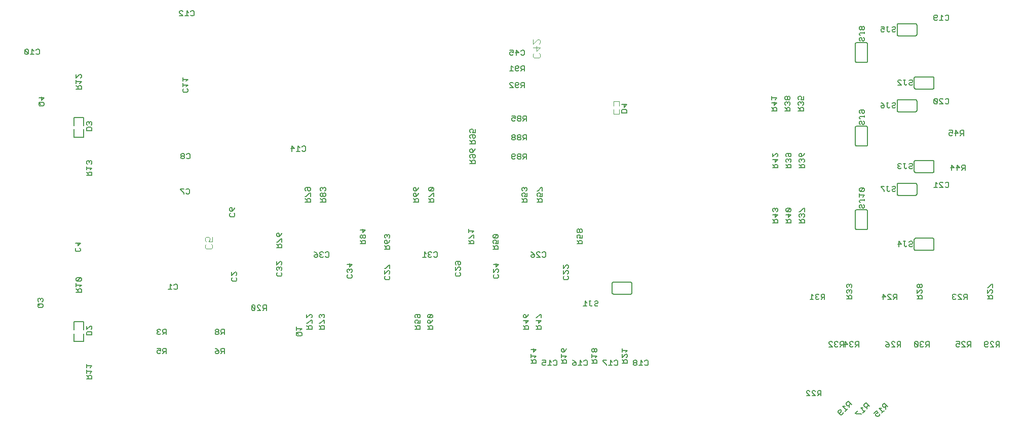
<source format=gbo>
G75*
%MOIN*%
%OFA0B0*%
%FSLAX25Y25*%
%IPPOS*%
%LPD*%
%AMOC8*
5,1,8,0,0,1.08239X$1,22.5*
%
%ADD10C,0.00600*%
%ADD11C,0.00400*%
%ADD12C,0.00500*%
%ADD13C,0.00300*%
D10*
X0154550Y0152050D02*
X0157953Y0152050D01*
X0157953Y0153751D01*
X0157386Y0154319D01*
X0156251Y0154319D01*
X0155684Y0153751D01*
X0155684Y0152050D01*
X0155684Y0153184D02*
X0154550Y0154319D01*
X0154550Y0155733D02*
X0154550Y0158002D01*
X0154550Y0156867D02*
X0157953Y0156867D01*
X0156819Y0155733D01*
X0156819Y0159416D02*
X0157953Y0160551D01*
X0154550Y0160551D01*
X0154550Y0161685D02*
X0154550Y0159416D01*
X0154550Y0180800D02*
X0154550Y0182501D01*
X0155117Y0183069D01*
X0157386Y0183069D01*
X0157953Y0182501D01*
X0157953Y0180800D01*
X0154550Y0180800D01*
X0154550Y0184483D02*
X0156819Y0186752D01*
X0157386Y0186752D01*
X0157953Y0186185D01*
X0157953Y0185050D01*
X0157386Y0184483D01*
X0154550Y0184483D02*
X0154550Y0186752D01*
X0125828Y0199626D02*
X0125828Y0200760D01*
X0125261Y0201327D01*
X0122992Y0201327D01*
X0122425Y0200760D01*
X0122425Y0199626D01*
X0122992Y0199059D01*
X0125261Y0199059D01*
X0125828Y0199626D01*
X0123559Y0200193D02*
X0122425Y0201327D01*
X0122992Y0202742D02*
X0122425Y0203309D01*
X0122425Y0204443D01*
X0122992Y0205010D01*
X0123559Y0205010D01*
X0124126Y0204443D01*
X0124126Y0203876D01*
X0124126Y0204443D02*
X0124694Y0205010D01*
X0125261Y0205010D01*
X0125828Y0204443D01*
X0125828Y0203309D01*
X0125261Y0202742D01*
X0147675Y0208925D02*
X0151078Y0208925D01*
X0151078Y0210626D01*
X0150511Y0211194D01*
X0149376Y0211194D01*
X0148809Y0210626D01*
X0148809Y0208925D01*
X0148809Y0210059D02*
X0147675Y0211194D01*
X0147675Y0212608D02*
X0147675Y0214877D01*
X0147675Y0213742D02*
X0151078Y0213742D01*
X0149944Y0212608D01*
X0150511Y0216291D02*
X0151078Y0216858D01*
X0151078Y0217993D01*
X0150511Y0218560D01*
X0148242Y0216291D01*
X0147675Y0216858D01*
X0147675Y0217993D01*
X0148242Y0218560D01*
X0150511Y0218560D01*
X0150511Y0216291D02*
X0148242Y0216291D01*
X0147617Y0235800D02*
X0147050Y0236367D01*
X0147050Y0237501D01*
X0147617Y0238069D01*
X0148751Y0239483D02*
X0148751Y0241752D01*
X0147050Y0241185D02*
X0150453Y0241185D01*
X0148751Y0239483D01*
X0149886Y0238069D02*
X0150453Y0237501D01*
X0150453Y0236367D01*
X0149886Y0235800D01*
X0147617Y0235800D01*
X0208303Y0210855D02*
X0210571Y0210855D01*
X0209437Y0210855D02*
X0209437Y0214258D01*
X0210571Y0213124D01*
X0211986Y0213691D02*
X0212553Y0214258D01*
X0213687Y0214258D01*
X0214254Y0213691D01*
X0214254Y0211422D01*
X0213687Y0210855D01*
X0212553Y0210855D01*
X0211986Y0211422D01*
X0249870Y0216805D02*
X0249870Y0217939D01*
X0250437Y0218507D01*
X0249870Y0219921D02*
X0252138Y0222190D01*
X0252706Y0222190D01*
X0253273Y0221623D01*
X0253273Y0220488D01*
X0252706Y0219921D01*
X0252706Y0218507D02*
X0253273Y0217939D01*
X0253273Y0216805D01*
X0252706Y0216238D01*
X0250437Y0216238D01*
X0249870Y0216805D01*
X0249870Y0219921D02*
X0249870Y0222190D01*
X0263632Y0200453D02*
X0263065Y0199886D01*
X0265334Y0197617D01*
X0264767Y0197050D01*
X0263632Y0197050D01*
X0263065Y0197617D01*
X0263065Y0199886D01*
X0263632Y0200453D02*
X0264767Y0200453D01*
X0265334Y0199886D01*
X0265334Y0197617D01*
X0266748Y0197050D02*
X0269017Y0197050D01*
X0266748Y0199319D01*
X0266748Y0199886D01*
X0267315Y0200453D01*
X0268450Y0200453D01*
X0269017Y0199886D01*
X0270431Y0199886D02*
X0270999Y0200453D01*
X0272700Y0200453D01*
X0272700Y0197050D01*
X0272700Y0198184D02*
X0270999Y0198184D01*
X0270431Y0198751D01*
X0270431Y0199886D01*
X0271566Y0198184D02*
X0270431Y0197050D01*
X0292675Y0186127D02*
X0292675Y0183858D01*
X0292675Y0184992D02*
X0296078Y0184992D01*
X0294944Y0183858D01*
X0295511Y0182444D02*
X0293242Y0182444D01*
X0292675Y0181876D01*
X0292675Y0180742D01*
X0293242Y0180175D01*
X0295511Y0180175D01*
X0296078Y0180742D01*
X0296078Y0181876D01*
X0295511Y0182444D01*
X0293809Y0181309D02*
X0292675Y0182444D01*
X0299300Y0184751D02*
X0302703Y0184751D01*
X0302703Y0186452D01*
X0302136Y0187019D01*
X0301001Y0187019D01*
X0300434Y0186452D01*
X0300434Y0184751D01*
X0300434Y0185885D02*
X0299300Y0187019D01*
X0299300Y0188434D02*
X0299867Y0188434D01*
X0302136Y0190702D01*
X0302703Y0190702D01*
X0302703Y0188434D01*
X0302136Y0192117D02*
X0302703Y0192684D01*
X0302703Y0193818D01*
X0302136Y0194385D01*
X0301569Y0194385D01*
X0299300Y0192117D01*
X0299300Y0194385D01*
X0307550Y0193818D02*
X0307550Y0192684D01*
X0308117Y0192117D01*
X0309251Y0193251D02*
X0309251Y0193818D01*
X0308684Y0194385D01*
X0308117Y0194385D01*
X0307550Y0193818D01*
X0309251Y0193818D02*
X0309819Y0194385D01*
X0310386Y0194385D01*
X0310953Y0193818D01*
X0310953Y0192684D01*
X0310386Y0192117D01*
X0310386Y0190702D02*
X0308117Y0188434D01*
X0307550Y0188434D01*
X0307550Y0187019D02*
X0308684Y0185885D01*
X0308684Y0186452D02*
X0308684Y0184751D01*
X0307550Y0184751D02*
X0310953Y0184751D01*
X0310953Y0186452D01*
X0310386Y0187019D01*
X0309251Y0187019D01*
X0308684Y0186452D01*
X0310953Y0188434D02*
X0310953Y0190702D01*
X0310386Y0190702D01*
X0326367Y0218300D02*
X0325800Y0218867D01*
X0325800Y0220001D01*
X0326367Y0220569D01*
X0326367Y0221983D02*
X0325800Y0222550D01*
X0325800Y0223685D01*
X0326367Y0224252D01*
X0326934Y0224252D01*
X0327501Y0223685D01*
X0327501Y0223117D01*
X0327501Y0223685D02*
X0328069Y0224252D01*
X0328636Y0224252D01*
X0329203Y0223685D01*
X0329203Y0222550D01*
X0328636Y0221983D01*
X0328636Y0220569D02*
X0329203Y0220001D01*
X0329203Y0218867D01*
X0328636Y0218300D01*
X0326367Y0218300D01*
X0327501Y0225666D02*
X0327501Y0227935D01*
X0325800Y0227368D02*
X0329203Y0227368D01*
X0327501Y0225666D01*
X0313950Y0232617D02*
X0313383Y0232050D01*
X0312249Y0232050D01*
X0311681Y0232617D01*
X0310267Y0232617D02*
X0309700Y0232050D01*
X0308565Y0232050D01*
X0307998Y0232617D01*
X0307998Y0233184D01*
X0308565Y0233751D01*
X0309133Y0233751D01*
X0308565Y0233751D02*
X0307998Y0234319D01*
X0307998Y0234886D01*
X0308565Y0235453D01*
X0309700Y0235453D01*
X0310267Y0234886D01*
X0311681Y0234886D02*
X0312249Y0235453D01*
X0313383Y0235453D01*
X0313950Y0234886D01*
X0313950Y0232617D01*
X0306584Y0232617D02*
X0306017Y0232050D01*
X0304882Y0232050D01*
X0304315Y0232617D01*
X0304315Y0233184D01*
X0304882Y0233751D01*
X0306584Y0233751D01*
X0306584Y0232617D01*
X0306584Y0233751D02*
X0305449Y0234886D01*
X0304315Y0235453D01*
X0282953Y0238300D02*
X0282953Y0240001D01*
X0282386Y0240569D01*
X0281251Y0240569D01*
X0280684Y0240001D01*
X0280684Y0238300D01*
X0279550Y0238300D02*
X0282953Y0238300D01*
X0280684Y0239434D02*
X0279550Y0240569D01*
X0279550Y0241983D02*
X0280117Y0241983D01*
X0282386Y0244252D01*
X0282953Y0244252D01*
X0282953Y0241983D01*
X0281251Y0245666D02*
X0281251Y0247368D01*
X0280684Y0247935D01*
X0280117Y0247935D01*
X0279550Y0247368D01*
X0279550Y0246233D01*
X0280117Y0245666D01*
X0281251Y0245666D01*
X0282386Y0246801D01*
X0282953Y0247935D01*
X0252023Y0259305D02*
X0251456Y0258738D01*
X0249187Y0258738D01*
X0248620Y0259305D01*
X0248620Y0260439D01*
X0249187Y0261007D01*
X0249187Y0262421D02*
X0248620Y0262988D01*
X0248620Y0264123D01*
X0249187Y0264690D01*
X0249754Y0264690D01*
X0250321Y0264123D01*
X0250321Y0262421D01*
X0249187Y0262421D01*
X0250321Y0262421D02*
X0251456Y0263555D01*
X0252023Y0264690D01*
X0251456Y0261007D02*
X0252023Y0260439D01*
X0252023Y0259305D01*
X0222262Y0274187D02*
X0221695Y0273620D01*
X0220561Y0273620D01*
X0219993Y0274187D01*
X0218579Y0274187D02*
X0218579Y0273620D01*
X0218579Y0274187D02*
X0216310Y0276456D01*
X0216310Y0277023D01*
X0218579Y0277023D01*
X0219993Y0276456D02*
X0220561Y0277023D01*
X0221695Y0277023D01*
X0222262Y0276456D01*
X0222262Y0274187D01*
X0221999Y0296800D02*
X0220865Y0296800D01*
X0220298Y0297367D01*
X0218883Y0297367D02*
X0218883Y0297934D01*
X0218316Y0298501D01*
X0217182Y0298501D01*
X0216615Y0297934D01*
X0216615Y0297367D01*
X0217182Y0296800D01*
X0218316Y0296800D01*
X0218883Y0297367D01*
X0218316Y0298501D02*
X0218883Y0299069D01*
X0218883Y0299636D01*
X0218316Y0300203D01*
X0217182Y0300203D01*
X0216615Y0299636D01*
X0216615Y0299069D01*
X0217182Y0298501D01*
X0220298Y0299636D02*
X0220865Y0300203D01*
X0221999Y0300203D01*
X0222566Y0299636D01*
X0222566Y0297367D01*
X0221999Y0296800D01*
X0157953Y0294868D02*
X0157386Y0295435D01*
X0156819Y0295435D01*
X0156251Y0294868D01*
X0155684Y0295435D01*
X0155117Y0295435D01*
X0154550Y0294868D01*
X0154550Y0293733D01*
X0155117Y0293166D01*
X0154550Y0291752D02*
X0154550Y0289483D01*
X0154550Y0290617D02*
X0157953Y0290617D01*
X0156819Y0289483D01*
X0157386Y0288069D02*
X0156251Y0288069D01*
X0155684Y0287501D01*
X0155684Y0285800D01*
X0154550Y0285800D02*
X0157953Y0285800D01*
X0157953Y0287501D01*
X0157386Y0288069D01*
X0155684Y0286934D02*
X0154550Y0288069D01*
X0157386Y0293166D02*
X0157953Y0293733D01*
X0157953Y0294868D01*
X0156251Y0294868D02*
X0156251Y0294301D01*
X0154550Y0315175D02*
X0154550Y0316876D01*
X0155117Y0317444D01*
X0157386Y0317444D01*
X0157953Y0316876D01*
X0157953Y0315175D01*
X0154550Y0315175D01*
X0155117Y0318858D02*
X0154550Y0319425D01*
X0154550Y0320560D01*
X0155117Y0321127D01*
X0155684Y0321127D01*
X0156251Y0320560D01*
X0156251Y0319992D01*
X0156251Y0320560D02*
X0156819Y0321127D01*
X0157386Y0321127D01*
X0157953Y0320560D01*
X0157953Y0319425D01*
X0157386Y0318858D01*
X0151078Y0342675D02*
X0151078Y0344376D01*
X0150511Y0344944D01*
X0149376Y0344944D01*
X0148809Y0344376D01*
X0148809Y0342675D01*
X0147675Y0342675D02*
X0151078Y0342675D01*
X0148809Y0343809D02*
X0147675Y0344944D01*
X0147675Y0346358D02*
X0147675Y0348627D01*
X0147675Y0347492D02*
X0151078Y0347492D01*
X0149944Y0346358D01*
X0150511Y0350041D02*
X0151078Y0350608D01*
X0151078Y0351743D01*
X0150511Y0352310D01*
X0149944Y0352310D01*
X0147675Y0350041D01*
X0147675Y0352310D01*
X0126453Y0336943D02*
X0124751Y0335242D01*
X0124751Y0337510D01*
X0123050Y0336943D02*
X0126453Y0336943D01*
X0125886Y0333827D02*
X0123617Y0333827D01*
X0123050Y0333260D01*
X0123050Y0332126D01*
X0123617Y0331559D01*
X0125886Y0331559D01*
X0126453Y0332126D01*
X0126453Y0333260D01*
X0125886Y0333827D01*
X0124184Y0332693D02*
X0123050Y0333827D01*
X0122945Y0365495D02*
X0121811Y0365495D01*
X0121243Y0366062D01*
X0119829Y0365495D02*
X0117560Y0365495D01*
X0118695Y0365495D02*
X0118695Y0368898D01*
X0119829Y0367763D01*
X0121243Y0368331D02*
X0121811Y0368898D01*
X0122945Y0368898D01*
X0123512Y0368331D01*
X0123512Y0366062D01*
X0122945Y0365495D01*
X0116146Y0366062D02*
X0113877Y0368331D01*
X0113877Y0366062D01*
X0114444Y0365495D01*
X0115579Y0365495D01*
X0116146Y0366062D01*
X0116146Y0368331D01*
X0115579Y0368898D01*
X0114444Y0368898D01*
X0113877Y0368331D01*
X0215565Y0390800D02*
X0217834Y0390800D01*
X0215565Y0393069D01*
X0215565Y0393636D01*
X0216132Y0394203D01*
X0217267Y0394203D01*
X0217834Y0393636D01*
X0220383Y0394203D02*
X0220383Y0390800D01*
X0221517Y0390800D02*
X0219248Y0390800D01*
X0221517Y0393069D02*
X0220383Y0394203D01*
X0222931Y0393636D02*
X0223499Y0394203D01*
X0224633Y0394203D01*
X0225200Y0393636D01*
X0225200Y0391367D01*
X0224633Y0390800D01*
X0223499Y0390800D01*
X0222931Y0391367D01*
X0217730Y0350197D02*
X0217730Y0347929D01*
X0217730Y0349063D02*
X0221133Y0349063D01*
X0219999Y0347929D01*
X0217730Y0346514D02*
X0217730Y0344246D01*
X0217730Y0345380D02*
X0221133Y0345380D01*
X0219999Y0344246D01*
X0220566Y0342831D02*
X0221133Y0342264D01*
X0221133Y0341130D01*
X0220566Y0340563D01*
X0218297Y0340563D01*
X0217730Y0341130D01*
X0217730Y0342264D01*
X0218297Y0342831D01*
X0289444Y0305148D02*
X0289444Y0301745D01*
X0288877Y0303446D02*
X0291146Y0303446D01*
X0289444Y0305148D01*
X0293695Y0305148D02*
X0293695Y0301745D01*
X0294829Y0301745D02*
X0292560Y0301745D01*
X0294829Y0304013D02*
X0293695Y0305148D01*
X0296243Y0304581D02*
X0296811Y0305148D01*
X0297945Y0305148D01*
X0298512Y0304581D01*
X0298512Y0302312D01*
X0297945Y0301745D01*
X0296811Y0301745D01*
X0296243Y0302312D01*
X0298867Y0277935D02*
X0301136Y0277935D01*
X0301703Y0277368D01*
X0301703Y0276233D01*
X0301136Y0275666D01*
X0300569Y0275666D01*
X0300001Y0276233D01*
X0300001Y0277935D01*
X0298867Y0277935D02*
X0298300Y0277368D01*
X0298300Y0276233D01*
X0298867Y0275666D01*
X0301136Y0274252D02*
X0298867Y0271983D01*
X0298300Y0271983D01*
X0298300Y0270569D02*
X0299434Y0269434D01*
X0299434Y0270001D02*
X0299434Y0268300D01*
X0298300Y0268300D02*
X0301703Y0268300D01*
X0301703Y0270001D01*
X0301136Y0270569D01*
X0300001Y0270569D01*
X0299434Y0270001D01*
X0301703Y0271983D02*
X0301703Y0274252D01*
X0301136Y0274252D01*
X0308300Y0273685D02*
X0308300Y0272550D01*
X0308867Y0271983D01*
X0309434Y0271983D01*
X0310001Y0272550D01*
X0310001Y0273685D01*
X0309434Y0274252D01*
X0308867Y0274252D01*
X0308300Y0273685D01*
X0310001Y0273685D02*
X0310569Y0274252D01*
X0311136Y0274252D01*
X0311703Y0273685D01*
X0311703Y0272550D01*
X0311136Y0271983D01*
X0310569Y0271983D01*
X0310001Y0272550D01*
X0310001Y0270569D02*
X0309434Y0270001D01*
X0309434Y0268300D01*
X0308300Y0268300D02*
X0311703Y0268300D01*
X0311703Y0270001D01*
X0311136Y0270569D01*
X0310001Y0270569D01*
X0309434Y0269434D02*
X0308300Y0270569D01*
X0308867Y0275666D02*
X0308300Y0276233D01*
X0308300Y0277368D01*
X0308867Y0277935D01*
X0309434Y0277935D01*
X0310001Y0277368D01*
X0310001Y0276801D01*
X0310001Y0277368D02*
X0310569Y0277935D01*
X0311136Y0277935D01*
X0311703Y0277368D01*
X0311703Y0276233D01*
X0311136Y0275666D01*
X0334550Y0249868D02*
X0337953Y0249868D01*
X0336251Y0248166D01*
X0336251Y0250435D01*
X0335684Y0246752D02*
X0335117Y0246752D01*
X0334550Y0246185D01*
X0334550Y0245050D01*
X0335117Y0244483D01*
X0335684Y0244483D01*
X0336251Y0245050D01*
X0336251Y0246185D01*
X0335684Y0246752D01*
X0336251Y0246185D02*
X0336819Y0246752D01*
X0337386Y0246752D01*
X0337953Y0246185D01*
X0337953Y0245050D01*
X0337386Y0244483D01*
X0336819Y0244483D01*
X0336251Y0245050D01*
X0336251Y0243069D02*
X0335684Y0242501D01*
X0335684Y0240800D01*
X0334550Y0240800D02*
X0337953Y0240800D01*
X0337953Y0242501D01*
X0337386Y0243069D01*
X0336251Y0243069D01*
X0335684Y0241934D02*
X0334550Y0243069D01*
X0350550Y0242635D02*
X0351117Y0243202D01*
X0351684Y0243202D01*
X0352251Y0242635D01*
X0352251Y0240934D01*
X0351117Y0240934D01*
X0350550Y0241501D01*
X0350550Y0242635D01*
X0351117Y0244617D02*
X0350550Y0245184D01*
X0350550Y0246318D01*
X0351117Y0246885D01*
X0351684Y0246885D01*
X0352251Y0246318D01*
X0352251Y0245751D01*
X0352251Y0246318D02*
X0352819Y0246885D01*
X0353386Y0246885D01*
X0353953Y0246318D01*
X0353953Y0245184D01*
X0353386Y0244617D01*
X0353953Y0243202D02*
X0353386Y0242068D01*
X0352251Y0240934D01*
X0352251Y0239519D02*
X0351684Y0238952D01*
X0351684Y0237251D01*
X0351684Y0238385D02*
X0350550Y0239519D01*
X0352251Y0239519D02*
X0353386Y0239519D01*
X0353953Y0238952D01*
X0353953Y0237251D01*
X0350550Y0237251D01*
X0353386Y0226885D02*
X0351117Y0224617D01*
X0350550Y0224617D01*
X0350550Y0223202D02*
X0350550Y0220934D01*
X0352819Y0223202D01*
X0353386Y0223202D01*
X0353953Y0222635D01*
X0353953Y0221501D01*
X0353386Y0220934D01*
X0353386Y0219519D02*
X0353953Y0218952D01*
X0353953Y0217818D01*
X0353386Y0217251D01*
X0351117Y0217251D01*
X0350550Y0217818D01*
X0350550Y0218952D01*
X0351117Y0219519D01*
X0353953Y0224617D02*
X0353953Y0226885D01*
X0353386Y0226885D01*
X0375565Y0232050D02*
X0377834Y0232050D01*
X0376699Y0232050D02*
X0376699Y0235453D01*
X0377834Y0234319D01*
X0379248Y0234319D02*
X0379815Y0233751D01*
X0379248Y0233184D01*
X0379248Y0232617D01*
X0379815Y0232050D01*
X0380950Y0232050D01*
X0381517Y0232617D01*
X0382931Y0232617D02*
X0383499Y0232050D01*
X0384633Y0232050D01*
X0385200Y0232617D01*
X0385200Y0234886D01*
X0384633Y0235453D01*
X0383499Y0235453D01*
X0382931Y0234886D01*
X0381517Y0234886D02*
X0380950Y0235453D01*
X0379815Y0235453D01*
X0379248Y0234886D01*
X0379248Y0234319D01*
X0379815Y0233751D02*
X0380383Y0233751D01*
X0397050Y0228618D02*
X0397617Y0229185D01*
X0399886Y0229185D01*
X0400453Y0228618D01*
X0400453Y0227483D01*
X0399886Y0226916D01*
X0399319Y0226916D01*
X0398751Y0227483D01*
X0398751Y0229185D01*
X0397050Y0228618D02*
X0397050Y0227483D01*
X0397617Y0226916D01*
X0397050Y0225502D02*
X0397050Y0223233D01*
X0399319Y0225502D01*
X0399886Y0225502D01*
X0400453Y0224935D01*
X0400453Y0223800D01*
X0399886Y0223233D01*
X0399886Y0221819D02*
X0400453Y0221251D01*
X0400453Y0220117D01*
X0399886Y0219550D01*
X0397617Y0219550D01*
X0397050Y0220117D01*
X0397050Y0221251D01*
X0397617Y0221819D01*
X0405800Y0240800D02*
X0409203Y0240800D01*
X0409203Y0242501D01*
X0408636Y0243069D01*
X0407501Y0243069D01*
X0406934Y0242501D01*
X0406934Y0240800D01*
X0406934Y0241934D02*
X0405800Y0243069D01*
X0405800Y0244483D02*
X0406367Y0244483D01*
X0408636Y0246752D01*
X0409203Y0246752D01*
X0409203Y0244483D01*
X0408069Y0248166D02*
X0409203Y0249301D01*
X0405800Y0249301D01*
X0405800Y0250435D02*
X0405800Y0248166D01*
X0421800Y0246318D02*
X0421800Y0245184D01*
X0422367Y0244617D01*
X0424636Y0246885D01*
X0422367Y0246885D01*
X0421800Y0246318D01*
X0422367Y0244617D02*
X0424636Y0244617D01*
X0425203Y0245184D01*
X0425203Y0246318D01*
X0424636Y0246885D01*
X0425203Y0243202D02*
X0425203Y0240934D01*
X0423501Y0240934D01*
X0424069Y0242068D01*
X0424069Y0242635D01*
X0423501Y0243202D01*
X0422367Y0243202D01*
X0421800Y0242635D01*
X0421800Y0241501D01*
X0422367Y0240934D01*
X0421800Y0239519D02*
X0422934Y0238385D01*
X0422934Y0238952D02*
X0422934Y0237251D01*
X0421800Y0237251D02*
X0425203Y0237251D01*
X0425203Y0238952D01*
X0424636Y0239519D01*
X0423501Y0239519D01*
X0422934Y0238952D01*
X0423751Y0227935D02*
X0423751Y0225666D01*
X0425453Y0227368D01*
X0422050Y0227368D01*
X0422050Y0224252D02*
X0422050Y0221983D01*
X0424319Y0224252D01*
X0424886Y0224252D01*
X0425453Y0223685D01*
X0425453Y0222550D01*
X0424886Y0221983D01*
X0424886Y0220569D02*
X0425453Y0220001D01*
X0425453Y0218867D01*
X0424886Y0218300D01*
X0422617Y0218300D01*
X0422050Y0218867D01*
X0422050Y0220001D01*
X0422617Y0220569D01*
X0446815Y0232617D02*
X0446815Y0233184D01*
X0447382Y0233751D01*
X0449084Y0233751D01*
X0449084Y0232617D01*
X0448517Y0232050D01*
X0447382Y0232050D01*
X0446815Y0232617D01*
X0447949Y0234886D02*
X0449084Y0233751D01*
X0450498Y0234319D02*
X0450498Y0234886D01*
X0451065Y0235453D01*
X0452200Y0235453D01*
X0452767Y0234886D01*
X0454181Y0234886D02*
X0454749Y0235453D01*
X0455883Y0235453D01*
X0456450Y0234886D01*
X0456450Y0232617D01*
X0455883Y0232050D01*
X0454749Y0232050D01*
X0454181Y0232617D01*
X0452767Y0232050D02*
X0450498Y0234319D01*
X0450498Y0232050D02*
X0452767Y0232050D01*
X0447949Y0234886D02*
X0446815Y0235453D01*
X0468050Y0226885D02*
X0468050Y0224617D01*
X0470319Y0226885D01*
X0470886Y0226885D01*
X0471453Y0226318D01*
X0471453Y0225184D01*
X0470886Y0224617D01*
X0470886Y0223202D02*
X0471453Y0222635D01*
X0471453Y0221501D01*
X0470886Y0220934D01*
X0470886Y0219519D02*
X0471453Y0218952D01*
X0471453Y0217818D01*
X0470886Y0217251D01*
X0468617Y0217251D01*
X0468050Y0217818D01*
X0468050Y0218952D01*
X0468617Y0219519D01*
X0468050Y0220934D02*
X0470319Y0223202D01*
X0470886Y0223202D01*
X0468050Y0223202D02*
X0468050Y0220934D01*
X0477050Y0240800D02*
X0480453Y0240800D01*
X0480453Y0242501D01*
X0479886Y0243069D01*
X0478751Y0243069D01*
X0478184Y0242501D01*
X0478184Y0240800D01*
X0478184Y0241934D02*
X0477050Y0243069D01*
X0477617Y0244483D02*
X0477050Y0245050D01*
X0477050Y0246185D01*
X0477617Y0246752D01*
X0478751Y0246752D01*
X0479319Y0246185D01*
X0479319Y0245617D01*
X0478751Y0244483D01*
X0480453Y0244483D01*
X0480453Y0246752D01*
X0479886Y0248166D02*
X0479319Y0248166D01*
X0478751Y0248733D01*
X0478751Y0249868D01*
X0478184Y0250435D01*
X0477617Y0250435D01*
X0477050Y0249868D01*
X0477050Y0248733D01*
X0477617Y0248166D01*
X0478184Y0248166D01*
X0478751Y0248733D01*
X0478751Y0249868D02*
X0479319Y0250435D01*
X0479886Y0250435D01*
X0480453Y0249868D01*
X0480453Y0248733D01*
X0479886Y0248166D01*
X0454203Y0268300D02*
X0450800Y0268300D01*
X0451934Y0268300D02*
X0451934Y0270001D01*
X0452501Y0270569D01*
X0453636Y0270569D01*
X0454203Y0270001D01*
X0454203Y0268300D01*
X0451934Y0269434D02*
X0450800Y0270569D01*
X0451367Y0271983D02*
X0450800Y0272550D01*
X0450800Y0273685D01*
X0451367Y0274252D01*
X0452501Y0274252D01*
X0453069Y0273685D01*
X0453069Y0273117D01*
X0452501Y0271983D01*
X0454203Y0271983D01*
X0454203Y0274252D01*
X0454203Y0275666D02*
X0454203Y0277935D01*
X0453636Y0277935D01*
X0451367Y0275666D01*
X0450800Y0275666D01*
X0444203Y0276233D02*
X0444203Y0277368D01*
X0443636Y0277935D01*
X0443069Y0277935D01*
X0442501Y0277368D01*
X0441934Y0277935D01*
X0441367Y0277935D01*
X0440800Y0277368D01*
X0440800Y0276233D01*
X0441367Y0275666D01*
X0441367Y0274252D02*
X0440800Y0273685D01*
X0440800Y0272550D01*
X0441367Y0271983D01*
X0442501Y0271983D02*
X0443069Y0273117D01*
X0443069Y0273685D01*
X0442501Y0274252D01*
X0441367Y0274252D01*
X0442501Y0271983D02*
X0444203Y0271983D01*
X0444203Y0274252D01*
X0443636Y0275666D02*
X0444203Y0276233D01*
X0442501Y0276801D02*
X0442501Y0277368D01*
X0442501Y0270569D02*
X0441934Y0270001D01*
X0441934Y0268300D01*
X0440800Y0268300D02*
X0444203Y0268300D01*
X0444203Y0270001D01*
X0443636Y0270569D01*
X0442501Y0270569D01*
X0441934Y0269434D02*
X0440800Y0270569D01*
X0441681Y0296675D02*
X0442816Y0297809D01*
X0442249Y0297809D02*
X0443950Y0297809D01*
X0443950Y0296675D02*
X0443950Y0300078D01*
X0442249Y0300078D01*
X0441681Y0299511D01*
X0441681Y0298376D01*
X0442249Y0297809D01*
X0440267Y0297809D02*
X0439700Y0298376D01*
X0438565Y0298376D01*
X0437998Y0297809D01*
X0437998Y0297242D01*
X0438565Y0296675D01*
X0439700Y0296675D01*
X0440267Y0297242D01*
X0440267Y0297809D01*
X0439700Y0298376D02*
X0440267Y0298944D01*
X0440267Y0299511D01*
X0439700Y0300078D01*
X0438565Y0300078D01*
X0437998Y0299511D01*
X0437998Y0298944D01*
X0438565Y0298376D01*
X0436584Y0298944D02*
X0436017Y0298376D01*
X0434315Y0298376D01*
X0434315Y0297242D02*
X0434315Y0299511D01*
X0434882Y0300078D01*
X0436017Y0300078D01*
X0436584Y0299511D01*
X0436584Y0298944D01*
X0436584Y0297242D02*
X0436017Y0296675D01*
X0434882Y0296675D01*
X0434315Y0297242D01*
X0434882Y0309175D02*
X0436017Y0309175D01*
X0436584Y0309742D01*
X0436584Y0310309D01*
X0436017Y0310876D01*
X0434882Y0310876D01*
X0434315Y0310309D01*
X0434315Y0309742D01*
X0434882Y0309175D01*
X0434882Y0310876D02*
X0434315Y0311444D01*
X0434315Y0312011D01*
X0434882Y0312578D01*
X0436017Y0312578D01*
X0436584Y0312011D01*
X0436584Y0311444D01*
X0436017Y0310876D01*
X0437998Y0310309D02*
X0437998Y0309742D01*
X0438565Y0309175D01*
X0439700Y0309175D01*
X0440267Y0309742D01*
X0440267Y0310309D01*
X0439700Y0310876D01*
X0438565Y0310876D01*
X0437998Y0310309D01*
X0438565Y0310876D02*
X0437998Y0311444D01*
X0437998Y0312011D01*
X0438565Y0312578D01*
X0439700Y0312578D01*
X0440267Y0312011D01*
X0440267Y0311444D01*
X0439700Y0310876D01*
X0441681Y0310876D02*
X0442249Y0310309D01*
X0443950Y0310309D01*
X0443950Y0309175D02*
X0443950Y0312578D01*
X0442249Y0312578D01*
X0441681Y0312011D01*
X0441681Y0310876D01*
X0442816Y0310309D02*
X0441681Y0309175D01*
X0441681Y0321675D02*
X0442816Y0322809D01*
X0442249Y0322809D02*
X0443950Y0322809D01*
X0443950Y0321675D02*
X0443950Y0325078D01*
X0442249Y0325078D01*
X0441681Y0324511D01*
X0441681Y0323376D01*
X0442249Y0322809D01*
X0440267Y0322809D02*
X0439700Y0323376D01*
X0438565Y0323376D01*
X0437998Y0322809D01*
X0437998Y0322242D01*
X0438565Y0321675D01*
X0439700Y0321675D01*
X0440267Y0322242D01*
X0440267Y0322809D01*
X0439700Y0323376D02*
X0440267Y0323944D01*
X0440267Y0324511D01*
X0439700Y0325078D01*
X0438565Y0325078D01*
X0437998Y0324511D01*
X0437998Y0323944D01*
X0438565Y0323376D01*
X0436584Y0323376D02*
X0435449Y0323944D01*
X0434882Y0323944D01*
X0434315Y0323376D01*
X0434315Y0322242D01*
X0434882Y0321675D01*
X0436017Y0321675D01*
X0436584Y0322242D01*
X0436584Y0323376D02*
X0436584Y0325078D01*
X0434315Y0325078D01*
X0435133Y0343675D02*
X0432865Y0343675D01*
X0435133Y0343675D02*
X0432865Y0345944D01*
X0432865Y0346511D01*
X0433432Y0347078D01*
X0434566Y0347078D01*
X0435133Y0346511D01*
X0436548Y0346511D02*
X0437115Y0347078D01*
X0438249Y0347078D01*
X0438816Y0346511D01*
X0438816Y0345944D01*
X0438249Y0345376D01*
X0436548Y0345376D01*
X0436548Y0344242D02*
X0436548Y0346511D01*
X0436548Y0344242D02*
X0437115Y0343675D01*
X0438249Y0343675D01*
X0438816Y0344242D01*
X0440231Y0343675D02*
X0441365Y0344809D01*
X0440798Y0344809D02*
X0442499Y0344809D01*
X0442499Y0343675D02*
X0442499Y0347078D01*
X0440798Y0347078D01*
X0440231Y0346511D01*
X0440231Y0345376D01*
X0440798Y0344809D01*
X0440231Y0354550D02*
X0441365Y0355684D01*
X0440798Y0355684D02*
X0442499Y0355684D01*
X0442499Y0354550D02*
X0442499Y0357953D01*
X0440798Y0357953D01*
X0440231Y0357386D01*
X0440231Y0356251D01*
X0440798Y0355684D01*
X0438816Y0355117D02*
X0438249Y0354550D01*
X0437115Y0354550D01*
X0436548Y0355117D01*
X0436548Y0357386D01*
X0437115Y0357953D01*
X0438249Y0357953D01*
X0438816Y0357386D01*
X0438816Y0356819D01*
X0438249Y0356251D01*
X0436548Y0356251D01*
X0435133Y0356819D02*
X0433999Y0357953D01*
X0433999Y0354550D01*
X0435133Y0354550D02*
X0432865Y0354550D01*
X0433432Y0364925D02*
X0434566Y0364925D01*
X0435133Y0365492D01*
X0435133Y0366626D02*
X0433999Y0367194D01*
X0433432Y0367194D01*
X0432865Y0366626D01*
X0432865Y0365492D01*
X0433432Y0364925D01*
X0435133Y0366626D02*
X0435133Y0368328D01*
X0432865Y0368328D01*
X0436548Y0366626D02*
X0438816Y0366626D01*
X0437115Y0368328D01*
X0437115Y0364925D01*
X0440231Y0365492D02*
X0440798Y0364925D01*
X0441932Y0364925D01*
X0442499Y0365492D01*
X0442499Y0367761D01*
X0441932Y0368328D01*
X0440798Y0368328D01*
X0440231Y0367761D01*
X0506425Y0332435D02*
X0509828Y0332435D01*
X0508126Y0330733D01*
X0508126Y0333002D01*
X0506992Y0329319D02*
X0509261Y0329319D01*
X0509828Y0328751D01*
X0509828Y0327050D01*
X0506425Y0327050D01*
X0506425Y0328751D01*
X0506992Y0329319D01*
X0410078Y0316185D02*
X0410078Y0313916D01*
X0408376Y0313916D01*
X0408944Y0315051D01*
X0408944Y0315618D01*
X0408376Y0316185D01*
X0407242Y0316185D01*
X0406675Y0315618D01*
X0406675Y0314483D01*
X0407242Y0313916D01*
X0407242Y0312502D02*
X0409511Y0312502D01*
X0410078Y0311935D01*
X0410078Y0310800D01*
X0409511Y0310233D01*
X0408944Y0310233D01*
X0408376Y0310800D01*
X0408376Y0312502D01*
X0407242Y0312502D02*
X0406675Y0311935D01*
X0406675Y0310800D01*
X0407242Y0310233D01*
X0406675Y0308819D02*
X0407809Y0307684D01*
X0407809Y0308251D02*
X0407809Y0306550D01*
X0406675Y0306550D02*
X0410078Y0306550D01*
X0410078Y0308251D01*
X0409511Y0308819D01*
X0408376Y0308819D01*
X0407809Y0308251D01*
X0407809Y0303260D02*
X0408376Y0302693D01*
X0408376Y0300992D01*
X0407242Y0300992D01*
X0406675Y0301559D01*
X0406675Y0302693D01*
X0407242Y0303260D01*
X0407809Y0303260D01*
X0409511Y0302126D02*
X0408376Y0300992D01*
X0408376Y0299577D02*
X0408376Y0297876D01*
X0408944Y0297309D01*
X0409511Y0297309D01*
X0410078Y0297876D01*
X0410078Y0299010D01*
X0409511Y0299577D01*
X0407242Y0299577D01*
X0406675Y0299010D01*
X0406675Y0297876D01*
X0407242Y0297309D01*
X0406675Y0295894D02*
X0407809Y0294760D01*
X0407809Y0295327D02*
X0407809Y0293626D01*
X0406675Y0293626D02*
X0410078Y0293626D01*
X0410078Y0295327D01*
X0409511Y0295894D01*
X0408376Y0295894D01*
X0407809Y0295327D01*
X0409511Y0302126D02*
X0410078Y0303260D01*
X0382953Y0277368D02*
X0382386Y0277935D01*
X0380117Y0275666D01*
X0379550Y0276233D01*
X0379550Y0277368D01*
X0380117Y0277935D01*
X0382386Y0277935D01*
X0382953Y0277368D02*
X0382953Y0276233D01*
X0382386Y0275666D01*
X0380117Y0275666D01*
X0382386Y0274252D02*
X0380117Y0271983D01*
X0379550Y0271983D01*
X0379550Y0270569D02*
X0380684Y0269434D01*
X0380684Y0270001D02*
X0380684Y0268300D01*
X0379550Y0268300D02*
X0382953Y0268300D01*
X0382953Y0270001D01*
X0382386Y0270569D01*
X0381251Y0270569D01*
X0380684Y0270001D01*
X0382953Y0271983D02*
X0382953Y0274252D01*
X0382386Y0274252D01*
X0372953Y0274252D02*
X0372386Y0273117D01*
X0371251Y0271983D01*
X0371251Y0273685D01*
X0370684Y0274252D01*
X0370117Y0274252D01*
X0369550Y0273685D01*
X0369550Y0272550D01*
X0370117Y0271983D01*
X0371251Y0271983D01*
X0371251Y0270569D02*
X0370684Y0270001D01*
X0370684Y0268300D01*
X0369550Y0268300D02*
X0372953Y0268300D01*
X0372953Y0270001D01*
X0372386Y0270569D01*
X0371251Y0270569D01*
X0370684Y0269434D02*
X0369550Y0270569D01*
X0370117Y0275666D02*
X0369550Y0276233D01*
X0369550Y0277368D01*
X0370117Y0277935D01*
X0370684Y0277935D01*
X0371251Y0277368D01*
X0371251Y0275666D01*
X0370117Y0275666D01*
X0371251Y0275666D02*
X0372386Y0276801D01*
X0372953Y0277935D01*
X0282953Y0228618D02*
X0282953Y0227483D01*
X0282386Y0226916D01*
X0282386Y0225502D02*
X0281819Y0225502D01*
X0281251Y0224935D01*
X0280684Y0225502D01*
X0280117Y0225502D01*
X0279550Y0224935D01*
X0279550Y0223800D01*
X0280117Y0223233D01*
X0280117Y0221819D02*
X0279550Y0221251D01*
X0279550Y0220117D01*
X0280117Y0219550D01*
X0282386Y0219550D01*
X0282953Y0220117D01*
X0282953Y0221251D01*
X0282386Y0221819D01*
X0282386Y0223233D02*
X0282953Y0223800D01*
X0282953Y0224935D01*
X0282386Y0225502D01*
X0281251Y0224935D02*
X0281251Y0224367D01*
X0279550Y0226916D02*
X0281819Y0229185D01*
X0282386Y0229185D01*
X0282953Y0228618D01*
X0279550Y0229185D02*
X0279550Y0226916D01*
X0245066Y0184578D02*
X0243365Y0184578D01*
X0242798Y0184011D01*
X0242798Y0182876D01*
X0243365Y0182309D01*
X0245066Y0182309D01*
X0243932Y0182309D02*
X0242798Y0181175D01*
X0241383Y0181742D02*
X0241383Y0182309D01*
X0240816Y0182876D01*
X0239682Y0182876D01*
X0239115Y0182309D01*
X0239115Y0181742D01*
X0239682Y0181175D01*
X0240816Y0181175D01*
X0241383Y0181742D01*
X0240816Y0182876D02*
X0241383Y0183444D01*
X0241383Y0184011D01*
X0240816Y0184578D01*
X0239682Y0184578D01*
X0239115Y0184011D01*
X0239115Y0183444D01*
X0239682Y0182876D01*
X0245066Y0181175D02*
X0245066Y0184578D01*
X0245066Y0172078D02*
X0243365Y0172078D01*
X0242798Y0171511D01*
X0242798Y0170376D01*
X0243365Y0169809D01*
X0245066Y0169809D01*
X0243932Y0169809D02*
X0242798Y0168675D01*
X0241383Y0169242D02*
X0240816Y0168675D01*
X0239682Y0168675D01*
X0239115Y0169242D01*
X0239115Y0169809D01*
X0239682Y0170376D01*
X0241383Y0170376D01*
X0241383Y0169242D01*
X0241383Y0170376D02*
X0240249Y0171511D01*
X0239115Y0172078D01*
X0245066Y0172078D02*
X0245066Y0168675D01*
X0206941Y0168675D02*
X0206941Y0172078D01*
X0205240Y0172078D01*
X0204673Y0171511D01*
X0204673Y0170376D01*
X0205240Y0169809D01*
X0206941Y0169809D01*
X0205807Y0169809D02*
X0204673Y0168675D01*
X0203258Y0169242D02*
X0202691Y0168675D01*
X0201557Y0168675D01*
X0200990Y0169242D01*
X0200990Y0170376D01*
X0201557Y0170944D01*
X0202124Y0170944D01*
X0203258Y0170376D01*
X0203258Y0172078D01*
X0200990Y0172078D01*
X0201557Y0181175D02*
X0202691Y0181175D01*
X0203258Y0181742D01*
X0204673Y0181175D02*
X0205807Y0182309D01*
X0205240Y0182309D02*
X0206941Y0182309D01*
X0206941Y0181175D02*
X0206941Y0184578D01*
X0205240Y0184578D01*
X0204673Y0184011D01*
X0204673Y0182876D01*
X0205240Y0182309D01*
X0203258Y0184011D02*
X0202691Y0184578D01*
X0201557Y0184578D01*
X0200990Y0184011D01*
X0200990Y0183444D01*
X0201557Y0182876D01*
X0200990Y0182309D01*
X0200990Y0181742D01*
X0201557Y0181175D01*
X0201557Y0182876D02*
X0202124Y0182876D01*
X0370550Y0184751D02*
X0373953Y0184751D01*
X0373953Y0186452D01*
X0373386Y0187019D01*
X0372251Y0187019D01*
X0371684Y0186452D01*
X0371684Y0184751D01*
X0371684Y0185885D02*
X0370550Y0187019D01*
X0371117Y0188434D02*
X0370550Y0189001D01*
X0370550Y0190135D01*
X0371117Y0190702D01*
X0372251Y0190702D01*
X0372819Y0190135D01*
X0372819Y0189568D01*
X0372251Y0188434D01*
X0373953Y0188434D01*
X0373953Y0190702D01*
X0373386Y0192117D02*
X0373953Y0192684D01*
X0373953Y0193818D01*
X0373386Y0194385D01*
X0371117Y0194385D01*
X0370550Y0193818D01*
X0370550Y0192684D01*
X0371117Y0192117D01*
X0372251Y0192684D02*
X0372251Y0194385D01*
X0372251Y0192684D02*
X0372819Y0192117D01*
X0373386Y0192117D01*
X0378800Y0192684D02*
X0379367Y0192117D01*
X0381636Y0194385D01*
X0379367Y0194385D01*
X0378800Y0193818D01*
X0378800Y0192684D01*
X0379367Y0192117D02*
X0381636Y0192117D01*
X0382203Y0192684D01*
X0382203Y0193818D01*
X0381636Y0194385D01*
X0382203Y0190702D02*
X0381636Y0189568D01*
X0380501Y0188434D01*
X0380501Y0190135D01*
X0379934Y0190702D01*
X0379367Y0190702D01*
X0378800Y0190135D01*
X0378800Y0189001D01*
X0379367Y0188434D01*
X0380501Y0188434D01*
X0380501Y0187019D02*
X0379934Y0186452D01*
X0379934Y0184751D01*
X0379934Y0185885D02*
X0378800Y0187019D01*
X0380501Y0187019D02*
X0381636Y0187019D01*
X0382203Y0186452D01*
X0382203Y0184751D01*
X0378800Y0184751D01*
X0441800Y0184751D02*
X0445203Y0184751D01*
X0445203Y0186452D01*
X0444636Y0187019D01*
X0443501Y0187019D01*
X0442934Y0186452D01*
X0442934Y0184751D01*
X0442934Y0185885D02*
X0441800Y0187019D01*
X0443501Y0188434D02*
X0443501Y0190702D01*
X0443501Y0192117D02*
X0443501Y0193818D01*
X0442934Y0194385D01*
X0442367Y0194385D01*
X0441800Y0193818D01*
X0441800Y0192684D01*
X0442367Y0192117D01*
X0443501Y0192117D01*
X0444636Y0193251D01*
X0445203Y0194385D01*
X0445203Y0190135D02*
X0443501Y0188434D01*
X0441800Y0190135D02*
X0445203Y0190135D01*
X0450050Y0190135D02*
X0453453Y0190135D01*
X0451751Y0188434D01*
X0451751Y0190702D01*
X0450617Y0192117D02*
X0452886Y0194385D01*
X0453453Y0194385D01*
X0453453Y0192117D01*
X0450617Y0192117D02*
X0450050Y0192117D01*
X0450050Y0187019D02*
X0451184Y0185885D01*
X0451184Y0186452D02*
X0451184Y0184751D01*
X0450050Y0184751D02*
X0453453Y0184751D01*
X0453453Y0186452D01*
X0452886Y0187019D01*
X0451751Y0187019D01*
X0451184Y0186452D01*
X0448501Y0171871D02*
X0448501Y0169602D01*
X0450203Y0171304D01*
X0446800Y0171304D01*
X0446800Y0168188D02*
X0446800Y0165919D01*
X0446800Y0167053D02*
X0450203Y0167053D01*
X0449069Y0165919D01*
X0449636Y0164504D02*
X0448501Y0164504D01*
X0447934Y0163937D01*
X0447934Y0162236D01*
X0446800Y0162236D02*
X0450203Y0162236D01*
X0450203Y0163937D01*
X0449636Y0164504D01*
X0447934Y0163370D02*
X0446800Y0164504D01*
X0454330Y0164203D02*
X0456598Y0164203D01*
X0456598Y0162501D01*
X0455464Y0163069D01*
X0454897Y0163069D01*
X0454330Y0162501D01*
X0454330Y0161367D01*
X0454897Y0160800D01*
X0456031Y0160800D01*
X0456598Y0161367D01*
X0458013Y0160800D02*
X0460282Y0160800D01*
X0459147Y0160800D02*
X0459147Y0164203D01*
X0460282Y0163069D01*
X0461696Y0163636D02*
X0462263Y0164203D01*
X0463398Y0164203D01*
X0463965Y0163636D01*
X0463965Y0161367D01*
X0463398Y0160800D01*
X0462263Y0160800D01*
X0461696Y0161367D01*
X0466800Y0162265D02*
X0470203Y0162265D01*
X0470203Y0163967D01*
X0469636Y0164534D01*
X0468501Y0164534D01*
X0467934Y0163967D01*
X0467934Y0162265D01*
X0467934Y0163400D02*
X0466800Y0164534D01*
X0466800Y0165948D02*
X0466800Y0168217D01*
X0466800Y0167083D02*
X0470203Y0167083D01*
X0469069Y0165948D01*
X0468501Y0169632D02*
X0468501Y0171333D01*
X0467934Y0171900D01*
X0467367Y0171900D01*
X0466800Y0171333D01*
X0466800Y0170199D01*
X0467367Y0169632D01*
X0468501Y0169632D01*
X0469636Y0170766D01*
X0470203Y0171900D01*
X0474300Y0164203D02*
X0475435Y0163636D01*
X0476569Y0162501D01*
X0474867Y0162501D01*
X0474300Y0161934D01*
X0474300Y0161367D01*
X0474867Y0160800D01*
X0476002Y0160800D01*
X0476569Y0161367D01*
X0476569Y0162501D01*
X0477983Y0160800D02*
X0480252Y0160800D01*
X0479118Y0160800D02*
X0479118Y0164203D01*
X0480252Y0163069D01*
X0481667Y0163636D02*
X0482234Y0164203D01*
X0483368Y0164203D01*
X0483935Y0163636D01*
X0483935Y0161367D01*
X0483368Y0160800D01*
X0482234Y0160800D01*
X0481667Y0161367D01*
X0486800Y0162236D02*
X0490203Y0162236D01*
X0490203Y0163937D01*
X0489636Y0164504D01*
X0488501Y0164504D01*
X0487934Y0163937D01*
X0487934Y0162236D01*
X0487934Y0163370D02*
X0486800Y0164504D01*
X0486800Y0165919D02*
X0486800Y0168188D01*
X0486800Y0167053D02*
X0490203Y0167053D01*
X0489069Y0165919D01*
X0489069Y0169602D02*
X0489636Y0169602D01*
X0490203Y0170169D01*
X0490203Y0171304D01*
X0489636Y0171871D01*
X0489069Y0171871D01*
X0488501Y0171304D01*
X0488501Y0170169D01*
X0489069Y0169602D01*
X0488501Y0170169D02*
X0487934Y0169602D01*
X0487367Y0169602D01*
X0486800Y0170169D01*
X0486800Y0171304D01*
X0487367Y0171871D01*
X0487934Y0171871D01*
X0488501Y0171304D01*
X0494330Y0164203D02*
X0494330Y0163636D01*
X0496598Y0161367D01*
X0496598Y0160800D01*
X0498013Y0160800D02*
X0500282Y0160800D01*
X0499147Y0160800D02*
X0499147Y0164203D01*
X0500282Y0163069D01*
X0501696Y0163636D02*
X0502263Y0164203D01*
X0503398Y0164203D01*
X0503965Y0163636D01*
X0503965Y0161367D01*
X0503398Y0160800D01*
X0502263Y0160800D01*
X0501696Y0161367D01*
X0506800Y0162265D02*
X0510203Y0162265D01*
X0510203Y0163967D01*
X0509636Y0164534D01*
X0508501Y0164534D01*
X0507934Y0163967D01*
X0507934Y0162265D01*
X0507934Y0163400D02*
X0506800Y0164534D01*
X0506800Y0165948D02*
X0509069Y0168217D01*
X0509636Y0168217D01*
X0510203Y0167650D01*
X0510203Y0166516D01*
X0509636Y0165948D01*
X0506800Y0165948D02*
X0506800Y0168217D01*
X0506800Y0169632D02*
X0506800Y0171900D01*
X0506800Y0170766D02*
X0510203Y0170766D01*
X0509069Y0169632D01*
X0514867Y0164203D02*
X0514300Y0163636D01*
X0514300Y0163069D01*
X0514867Y0162501D01*
X0516002Y0162501D01*
X0516569Y0163069D01*
X0516569Y0163636D01*
X0516002Y0164203D01*
X0514867Y0164203D01*
X0514867Y0162501D02*
X0514300Y0161934D01*
X0514300Y0161367D01*
X0514867Y0160800D01*
X0516002Y0160800D01*
X0516569Y0161367D01*
X0516569Y0161934D01*
X0516002Y0162501D01*
X0517983Y0160800D02*
X0520252Y0160800D01*
X0519118Y0160800D02*
X0519118Y0164203D01*
X0520252Y0163069D01*
X0521667Y0163636D02*
X0522234Y0164203D01*
X0523368Y0164203D01*
X0523935Y0163636D01*
X0523935Y0161367D01*
X0523368Y0160800D01*
X0522234Y0160800D01*
X0521667Y0161367D01*
X0496598Y0164203D02*
X0494330Y0164203D01*
X0490432Y0199800D02*
X0490999Y0200367D01*
X0490432Y0199800D02*
X0489298Y0199800D01*
X0488731Y0200367D01*
X0488731Y0200934D01*
X0489298Y0201501D01*
X0490432Y0201501D01*
X0490999Y0202069D01*
X0490999Y0202636D01*
X0490432Y0203203D01*
X0489298Y0203203D01*
X0488731Y0202636D01*
X0486182Y0203203D02*
X0485048Y0203203D01*
X0485615Y0203203D02*
X0485615Y0200367D01*
X0486182Y0199800D01*
X0486749Y0199800D01*
X0487316Y0200367D01*
X0483633Y0199800D02*
X0481365Y0199800D01*
X0482499Y0199800D02*
X0482499Y0203203D01*
X0483633Y0202069D01*
X0500250Y0208750D02*
X0500250Y0214750D01*
X0500252Y0214810D01*
X0500257Y0214871D01*
X0500266Y0214930D01*
X0500279Y0214989D01*
X0500295Y0215048D01*
X0500315Y0215105D01*
X0500338Y0215160D01*
X0500365Y0215215D01*
X0500394Y0215267D01*
X0500427Y0215318D01*
X0500463Y0215367D01*
X0500501Y0215413D01*
X0500543Y0215457D01*
X0500587Y0215499D01*
X0500633Y0215537D01*
X0500682Y0215573D01*
X0500733Y0215606D01*
X0500785Y0215635D01*
X0500840Y0215662D01*
X0500895Y0215685D01*
X0500952Y0215705D01*
X0501011Y0215721D01*
X0501070Y0215734D01*
X0501129Y0215743D01*
X0501190Y0215748D01*
X0501250Y0215750D01*
X0512250Y0215750D01*
X0512310Y0215748D01*
X0512371Y0215743D01*
X0512430Y0215734D01*
X0512489Y0215721D01*
X0512548Y0215705D01*
X0512605Y0215685D01*
X0512660Y0215662D01*
X0512715Y0215635D01*
X0512767Y0215606D01*
X0512818Y0215573D01*
X0512867Y0215537D01*
X0512913Y0215499D01*
X0512957Y0215457D01*
X0512999Y0215413D01*
X0513037Y0215367D01*
X0513073Y0215318D01*
X0513106Y0215267D01*
X0513135Y0215215D01*
X0513162Y0215160D01*
X0513185Y0215105D01*
X0513205Y0215048D01*
X0513221Y0214989D01*
X0513234Y0214930D01*
X0513243Y0214871D01*
X0513248Y0214810D01*
X0513250Y0214750D01*
X0513250Y0208750D01*
X0513248Y0208690D01*
X0513243Y0208629D01*
X0513234Y0208570D01*
X0513221Y0208511D01*
X0513205Y0208452D01*
X0513185Y0208395D01*
X0513162Y0208340D01*
X0513135Y0208285D01*
X0513106Y0208233D01*
X0513073Y0208182D01*
X0513037Y0208133D01*
X0512999Y0208087D01*
X0512957Y0208043D01*
X0512913Y0208001D01*
X0512867Y0207963D01*
X0512818Y0207927D01*
X0512767Y0207894D01*
X0512715Y0207865D01*
X0512660Y0207838D01*
X0512605Y0207815D01*
X0512548Y0207795D01*
X0512489Y0207779D01*
X0512430Y0207766D01*
X0512371Y0207757D01*
X0512310Y0207752D01*
X0512250Y0207750D01*
X0501250Y0207750D01*
X0501190Y0207752D01*
X0501129Y0207757D01*
X0501070Y0207766D01*
X0501011Y0207779D01*
X0500952Y0207795D01*
X0500895Y0207815D01*
X0500840Y0207838D01*
X0500785Y0207865D01*
X0500733Y0207894D01*
X0500682Y0207927D01*
X0500633Y0207963D01*
X0500587Y0208001D01*
X0500543Y0208043D01*
X0500501Y0208087D01*
X0500463Y0208133D01*
X0500427Y0208182D01*
X0500394Y0208233D01*
X0500365Y0208285D01*
X0500338Y0208340D01*
X0500315Y0208395D01*
X0500295Y0208452D01*
X0500279Y0208511D01*
X0500266Y0208570D01*
X0500257Y0208629D01*
X0500252Y0208690D01*
X0500250Y0208750D01*
X0605800Y0254535D02*
X0609203Y0254535D01*
X0609203Y0256237D01*
X0608636Y0256804D01*
X0607501Y0256804D01*
X0606934Y0256237D01*
X0606934Y0254535D01*
X0606934Y0255670D02*
X0605800Y0256804D01*
X0607501Y0258218D02*
X0607501Y0260487D01*
X0605800Y0259920D02*
X0609203Y0259920D01*
X0607501Y0258218D01*
X0606367Y0261902D02*
X0605800Y0262469D01*
X0605800Y0263603D01*
X0606367Y0264170D01*
X0606934Y0264170D01*
X0607501Y0263603D01*
X0607501Y0263036D01*
X0607501Y0263603D02*
X0608069Y0264170D01*
X0608636Y0264170D01*
X0609203Y0263603D01*
X0609203Y0262469D01*
X0608636Y0261902D01*
X0614550Y0262469D02*
X0615117Y0261902D01*
X0617386Y0264170D01*
X0615117Y0264170D01*
X0614550Y0263603D01*
X0614550Y0262469D01*
X0615117Y0261902D02*
X0617386Y0261902D01*
X0617953Y0262469D01*
X0617953Y0263603D01*
X0617386Y0264170D01*
X0616251Y0260487D02*
X0616251Y0258218D01*
X0617953Y0259920D01*
X0614550Y0259920D01*
X0614550Y0256804D02*
X0615684Y0255670D01*
X0615684Y0256237D02*
X0615684Y0254535D01*
X0614550Y0254535D02*
X0617953Y0254535D01*
X0617953Y0256237D01*
X0617386Y0256804D01*
X0616251Y0256804D01*
X0615684Y0256237D01*
X0623300Y0256804D02*
X0624434Y0255670D01*
X0624434Y0256237D02*
X0624434Y0254535D01*
X0623300Y0254535D02*
X0626703Y0254535D01*
X0626703Y0256237D01*
X0626136Y0256804D01*
X0625001Y0256804D01*
X0624434Y0256237D01*
X0623867Y0258218D02*
X0623300Y0258786D01*
X0623300Y0259920D01*
X0623867Y0260487D01*
X0624434Y0260487D01*
X0625001Y0259920D01*
X0625001Y0259353D01*
X0625001Y0259920D02*
X0625569Y0260487D01*
X0626136Y0260487D01*
X0626703Y0259920D01*
X0626703Y0258786D01*
X0626136Y0258218D01*
X0626703Y0261902D02*
X0626703Y0264170D01*
X0626136Y0264170D01*
X0623867Y0261902D01*
X0623300Y0261902D01*
X0623300Y0290785D02*
X0626703Y0290785D01*
X0626703Y0292487D01*
X0626136Y0293054D01*
X0625001Y0293054D01*
X0624434Y0292487D01*
X0624434Y0290785D01*
X0624434Y0291920D02*
X0623300Y0293054D01*
X0623867Y0294468D02*
X0623300Y0295036D01*
X0623300Y0296170D01*
X0623867Y0296737D01*
X0624434Y0296737D01*
X0625001Y0296170D01*
X0625001Y0295603D01*
X0625001Y0296170D02*
X0625569Y0296737D01*
X0626136Y0296737D01*
X0626703Y0296170D01*
X0626703Y0295036D01*
X0626136Y0294468D01*
X0625001Y0298152D02*
X0625001Y0299853D01*
X0624434Y0300420D01*
X0623867Y0300420D01*
X0623300Y0299853D01*
X0623300Y0298719D01*
X0623867Y0298152D01*
X0625001Y0298152D01*
X0626136Y0299286D01*
X0626703Y0300420D01*
X0617953Y0299853D02*
X0617953Y0298719D01*
X0617386Y0298152D01*
X0616819Y0298152D01*
X0616251Y0298719D01*
X0616251Y0300420D01*
X0615117Y0300420D02*
X0617386Y0300420D01*
X0617953Y0299853D01*
X0615117Y0300420D02*
X0614550Y0299853D01*
X0614550Y0298719D01*
X0615117Y0298152D01*
X0615117Y0296737D02*
X0614550Y0296170D01*
X0614550Y0295036D01*
X0615117Y0294468D01*
X0614550Y0293054D02*
X0615684Y0291920D01*
X0615684Y0292487D02*
X0615684Y0290785D01*
X0614550Y0290785D02*
X0617953Y0290785D01*
X0617953Y0292487D01*
X0617386Y0293054D01*
X0616251Y0293054D01*
X0615684Y0292487D01*
X0617386Y0294468D02*
X0617953Y0295036D01*
X0617953Y0296170D01*
X0617386Y0296737D01*
X0616819Y0296737D01*
X0616251Y0296170D01*
X0615684Y0296737D01*
X0615117Y0296737D01*
X0616251Y0296170D02*
X0616251Y0295603D01*
X0609203Y0296170D02*
X0607501Y0294468D01*
X0607501Y0296737D01*
X0605800Y0296170D02*
X0609203Y0296170D01*
X0608636Y0298152D02*
X0609203Y0298719D01*
X0609203Y0299853D01*
X0608636Y0300420D01*
X0608069Y0300420D01*
X0605800Y0298152D01*
X0605800Y0300420D01*
X0605800Y0293054D02*
X0606934Y0291920D01*
X0606934Y0292487D02*
X0606934Y0290785D01*
X0605800Y0290785D02*
X0609203Y0290785D01*
X0609203Y0292487D01*
X0608636Y0293054D01*
X0607501Y0293054D01*
X0606934Y0292487D01*
X0606309Y0328285D02*
X0606309Y0329987D01*
X0606876Y0330554D01*
X0608011Y0330554D01*
X0608578Y0329987D01*
X0608578Y0328285D01*
X0605175Y0328285D01*
X0606309Y0329420D02*
X0605175Y0330554D01*
X0606876Y0331968D02*
X0606876Y0334237D01*
X0607444Y0335652D02*
X0608578Y0336786D01*
X0605175Y0336786D01*
X0605175Y0335652D02*
X0605175Y0337920D01*
X0605175Y0333670D02*
X0608578Y0333670D01*
X0606876Y0331968D01*
X0613925Y0332536D02*
X0614492Y0331968D01*
X0613925Y0332536D02*
X0613925Y0333670D01*
X0614492Y0334237D01*
X0615059Y0334237D01*
X0615626Y0333670D01*
X0615626Y0333103D01*
X0615626Y0333670D02*
X0616194Y0334237D01*
X0616761Y0334237D01*
X0617328Y0333670D01*
X0617328Y0332536D01*
X0616761Y0331968D01*
X0616761Y0330554D02*
X0615626Y0330554D01*
X0615059Y0329987D01*
X0615059Y0328285D01*
X0613925Y0328285D02*
X0617328Y0328285D01*
X0617328Y0329987D01*
X0616761Y0330554D01*
X0615059Y0329420D02*
X0613925Y0330554D01*
X0614492Y0335652D02*
X0615059Y0335652D01*
X0615626Y0336219D01*
X0615626Y0337353D01*
X0615059Y0337920D01*
X0614492Y0337920D01*
X0613925Y0337353D01*
X0613925Y0336219D01*
X0614492Y0335652D01*
X0615626Y0336219D02*
X0616194Y0335652D01*
X0616761Y0335652D01*
X0617328Y0336219D01*
X0617328Y0337353D01*
X0616761Y0337920D01*
X0616194Y0337920D01*
X0615626Y0337353D01*
X0622675Y0337353D02*
X0622675Y0336219D01*
X0623242Y0335652D01*
X0624376Y0335652D02*
X0624944Y0336786D01*
X0624944Y0337353D01*
X0624376Y0337920D01*
X0623242Y0337920D01*
X0622675Y0337353D01*
X0624376Y0335652D02*
X0626078Y0335652D01*
X0626078Y0337920D01*
X0625511Y0334237D02*
X0624944Y0334237D01*
X0624376Y0333670D01*
X0623809Y0334237D01*
X0623242Y0334237D01*
X0622675Y0333670D01*
X0622675Y0332536D01*
X0623242Y0331968D01*
X0622675Y0330554D02*
X0623809Y0329420D01*
X0623809Y0329987D02*
X0623809Y0328285D01*
X0622675Y0328285D02*
X0626078Y0328285D01*
X0626078Y0329987D01*
X0625511Y0330554D01*
X0624376Y0330554D01*
X0623809Y0329987D01*
X0625511Y0331968D02*
X0626078Y0332536D01*
X0626078Y0333670D01*
X0625511Y0334237D01*
X0624376Y0333670D02*
X0624376Y0333103D01*
X0662815Y0328368D02*
X0663382Y0328935D01*
X0665651Y0328935D01*
X0666218Y0328368D01*
X0666218Y0327233D01*
X0665651Y0326666D01*
X0665083Y0326666D01*
X0664516Y0327233D01*
X0664516Y0328935D01*
X0662815Y0328368D02*
X0662815Y0327233D01*
X0663382Y0326666D01*
X0663382Y0324685D02*
X0666218Y0324685D01*
X0666218Y0325252D02*
X0666218Y0324117D01*
X0665651Y0321569D02*
X0666218Y0321001D01*
X0666218Y0319867D01*
X0665651Y0319300D01*
X0665083Y0319300D01*
X0664516Y0319867D01*
X0664516Y0321001D01*
X0663949Y0321569D01*
X0663382Y0321569D01*
X0662815Y0321001D01*
X0662815Y0319867D01*
X0663382Y0319300D01*
X0661235Y0318250D02*
X0667235Y0318250D01*
X0667295Y0318248D01*
X0667356Y0318243D01*
X0667415Y0318234D01*
X0667474Y0318221D01*
X0667533Y0318205D01*
X0667590Y0318185D01*
X0667645Y0318162D01*
X0667700Y0318135D01*
X0667752Y0318106D01*
X0667803Y0318073D01*
X0667852Y0318037D01*
X0667898Y0317999D01*
X0667942Y0317957D01*
X0667984Y0317913D01*
X0668022Y0317867D01*
X0668058Y0317818D01*
X0668091Y0317767D01*
X0668120Y0317715D01*
X0668147Y0317660D01*
X0668170Y0317605D01*
X0668190Y0317548D01*
X0668206Y0317489D01*
X0668219Y0317430D01*
X0668228Y0317371D01*
X0668233Y0317310D01*
X0668235Y0317250D01*
X0668235Y0306250D01*
X0668233Y0306190D01*
X0668228Y0306129D01*
X0668219Y0306070D01*
X0668206Y0306011D01*
X0668190Y0305952D01*
X0668170Y0305895D01*
X0668147Y0305840D01*
X0668120Y0305785D01*
X0668091Y0305733D01*
X0668058Y0305682D01*
X0668022Y0305633D01*
X0667984Y0305587D01*
X0667942Y0305543D01*
X0667898Y0305501D01*
X0667852Y0305463D01*
X0667803Y0305427D01*
X0667752Y0305394D01*
X0667700Y0305365D01*
X0667645Y0305338D01*
X0667590Y0305315D01*
X0667533Y0305295D01*
X0667474Y0305279D01*
X0667415Y0305266D01*
X0667356Y0305257D01*
X0667295Y0305252D01*
X0667235Y0305250D01*
X0661235Y0305250D01*
X0661175Y0305252D01*
X0661114Y0305257D01*
X0661055Y0305266D01*
X0660996Y0305279D01*
X0660937Y0305295D01*
X0660880Y0305315D01*
X0660825Y0305338D01*
X0660770Y0305365D01*
X0660718Y0305394D01*
X0660667Y0305427D01*
X0660618Y0305463D01*
X0660572Y0305501D01*
X0660528Y0305543D01*
X0660486Y0305587D01*
X0660448Y0305633D01*
X0660412Y0305682D01*
X0660379Y0305733D01*
X0660350Y0305785D01*
X0660323Y0305840D01*
X0660300Y0305895D01*
X0660280Y0305952D01*
X0660264Y0306011D01*
X0660251Y0306070D01*
X0660242Y0306129D01*
X0660237Y0306190D01*
X0660235Y0306250D01*
X0660235Y0317250D01*
X0660237Y0317310D01*
X0660242Y0317371D01*
X0660251Y0317430D01*
X0660264Y0317489D01*
X0660280Y0317548D01*
X0660300Y0317605D01*
X0660323Y0317660D01*
X0660350Y0317715D01*
X0660379Y0317767D01*
X0660412Y0317818D01*
X0660448Y0317867D01*
X0660486Y0317913D01*
X0660528Y0317957D01*
X0660572Y0317999D01*
X0660618Y0318037D01*
X0660667Y0318073D01*
X0660718Y0318106D01*
X0660770Y0318135D01*
X0660825Y0318162D01*
X0660880Y0318185D01*
X0660937Y0318205D01*
X0660996Y0318221D01*
X0661055Y0318234D01*
X0661114Y0318243D01*
X0661175Y0318248D01*
X0661235Y0318250D01*
X0663382Y0322983D02*
X0662815Y0323550D01*
X0662815Y0324117D01*
X0663382Y0324685D01*
X0677050Y0330867D02*
X0677050Y0331434D01*
X0677617Y0332001D01*
X0679319Y0332001D01*
X0679319Y0330867D01*
X0678752Y0330300D01*
X0677617Y0330300D01*
X0677050Y0330867D01*
X0678185Y0333136D02*
X0677050Y0333703D01*
X0678185Y0333136D02*
X0679319Y0332001D01*
X0680733Y0333703D02*
X0681868Y0333703D01*
X0681301Y0333703D02*
X0681301Y0330867D01*
X0681868Y0330300D01*
X0682435Y0330300D01*
X0683002Y0330867D01*
X0684417Y0330867D02*
X0684984Y0330300D01*
X0686118Y0330300D01*
X0686685Y0330867D01*
X0686118Y0332001D02*
X0684984Y0332001D01*
X0684417Y0331434D01*
X0684417Y0330867D01*
X0686118Y0332001D02*
X0686685Y0332569D01*
X0686685Y0333136D01*
X0686118Y0333703D01*
X0684984Y0333703D01*
X0684417Y0333136D01*
X0687735Y0334750D02*
X0687735Y0328750D01*
X0687737Y0328690D01*
X0687742Y0328629D01*
X0687751Y0328570D01*
X0687764Y0328511D01*
X0687780Y0328452D01*
X0687800Y0328395D01*
X0687823Y0328340D01*
X0687850Y0328285D01*
X0687879Y0328233D01*
X0687912Y0328182D01*
X0687948Y0328133D01*
X0687986Y0328087D01*
X0688028Y0328043D01*
X0688072Y0328001D01*
X0688118Y0327963D01*
X0688167Y0327927D01*
X0688218Y0327894D01*
X0688270Y0327865D01*
X0688325Y0327838D01*
X0688380Y0327815D01*
X0688437Y0327795D01*
X0688496Y0327779D01*
X0688555Y0327766D01*
X0688614Y0327757D01*
X0688675Y0327752D01*
X0688735Y0327750D01*
X0699735Y0327750D01*
X0699795Y0327752D01*
X0699856Y0327757D01*
X0699915Y0327766D01*
X0699974Y0327779D01*
X0700033Y0327795D01*
X0700090Y0327815D01*
X0700145Y0327838D01*
X0700200Y0327865D01*
X0700252Y0327894D01*
X0700303Y0327927D01*
X0700352Y0327963D01*
X0700398Y0328001D01*
X0700442Y0328043D01*
X0700484Y0328087D01*
X0700522Y0328133D01*
X0700558Y0328182D01*
X0700591Y0328233D01*
X0700620Y0328285D01*
X0700647Y0328340D01*
X0700670Y0328395D01*
X0700690Y0328452D01*
X0700706Y0328511D01*
X0700719Y0328570D01*
X0700728Y0328629D01*
X0700733Y0328690D01*
X0700735Y0328750D01*
X0700735Y0334750D01*
X0700733Y0334810D01*
X0700728Y0334871D01*
X0700719Y0334930D01*
X0700706Y0334989D01*
X0700690Y0335048D01*
X0700670Y0335105D01*
X0700647Y0335160D01*
X0700620Y0335215D01*
X0700591Y0335267D01*
X0700558Y0335318D01*
X0700522Y0335367D01*
X0700484Y0335413D01*
X0700442Y0335457D01*
X0700398Y0335499D01*
X0700352Y0335537D01*
X0700303Y0335573D01*
X0700252Y0335606D01*
X0700200Y0335635D01*
X0700145Y0335662D01*
X0700090Y0335685D01*
X0700033Y0335705D01*
X0699974Y0335721D01*
X0699915Y0335734D01*
X0699856Y0335743D01*
X0699795Y0335748D01*
X0699735Y0335750D01*
X0688735Y0335750D01*
X0688675Y0335748D01*
X0688614Y0335743D01*
X0688555Y0335734D01*
X0688496Y0335721D01*
X0688437Y0335705D01*
X0688380Y0335685D01*
X0688325Y0335662D01*
X0688270Y0335635D01*
X0688218Y0335606D01*
X0688167Y0335573D01*
X0688118Y0335537D01*
X0688072Y0335499D01*
X0688028Y0335457D01*
X0687986Y0335413D01*
X0687948Y0335367D01*
X0687912Y0335318D01*
X0687879Y0335267D01*
X0687850Y0335215D01*
X0687823Y0335160D01*
X0687800Y0335105D01*
X0687780Y0335048D01*
X0687764Y0334989D01*
X0687751Y0334930D01*
X0687742Y0334871D01*
X0687737Y0334810D01*
X0687735Y0334750D01*
X0698985Y0343750D02*
X0698985Y0349750D01*
X0698987Y0349810D01*
X0698992Y0349871D01*
X0699001Y0349930D01*
X0699014Y0349989D01*
X0699030Y0350048D01*
X0699050Y0350105D01*
X0699073Y0350160D01*
X0699100Y0350215D01*
X0699129Y0350267D01*
X0699162Y0350318D01*
X0699198Y0350367D01*
X0699236Y0350413D01*
X0699278Y0350457D01*
X0699322Y0350499D01*
X0699368Y0350537D01*
X0699417Y0350573D01*
X0699468Y0350606D01*
X0699520Y0350635D01*
X0699575Y0350662D01*
X0699630Y0350685D01*
X0699687Y0350705D01*
X0699746Y0350721D01*
X0699805Y0350734D01*
X0699864Y0350743D01*
X0699925Y0350748D01*
X0699985Y0350750D01*
X0710985Y0350750D01*
X0711045Y0350748D01*
X0711106Y0350743D01*
X0711165Y0350734D01*
X0711224Y0350721D01*
X0711283Y0350705D01*
X0711340Y0350685D01*
X0711395Y0350662D01*
X0711450Y0350635D01*
X0711502Y0350606D01*
X0711553Y0350573D01*
X0711602Y0350537D01*
X0711648Y0350499D01*
X0711692Y0350457D01*
X0711734Y0350413D01*
X0711772Y0350367D01*
X0711808Y0350318D01*
X0711841Y0350267D01*
X0711870Y0350215D01*
X0711897Y0350160D01*
X0711920Y0350105D01*
X0711940Y0350048D01*
X0711956Y0349989D01*
X0711969Y0349930D01*
X0711978Y0349871D01*
X0711983Y0349810D01*
X0711985Y0349750D01*
X0711985Y0343750D01*
X0711983Y0343690D01*
X0711978Y0343629D01*
X0711969Y0343570D01*
X0711956Y0343511D01*
X0711940Y0343452D01*
X0711920Y0343395D01*
X0711897Y0343340D01*
X0711870Y0343285D01*
X0711841Y0343233D01*
X0711808Y0343182D01*
X0711772Y0343133D01*
X0711734Y0343087D01*
X0711692Y0343043D01*
X0711648Y0343001D01*
X0711602Y0342963D01*
X0711553Y0342927D01*
X0711502Y0342894D01*
X0711450Y0342865D01*
X0711395Y0342838D01*
X0711340Y0342815D01*
X0711283Y0342795D01*
X0711224Y0342779D01*
X0711165Y0342766D01*
X0711106Y0342757D01*
X0711045Y0342752D01*
X0710985Y0342750D01*
X0699985Y0342750D01*
X0699925Y0342752D01*
X0699864Y0342757D01*
X0699805Y0342766D01*
X0699746Y0342779D01*
X0699687Y0342795D01*
X0699630Y0342815D01*
X0699575Y0342838D01*
X0699520Y0342865D01*
X0699468Y0342894D01*
X0699417Y0342927D01*
X0699368Y0342963D01*
X0699322Y0343001D01*
X0699278Y0343043D01*
X0699236Y0343087D01*
X0699198Y0343133D01*
X0699162Y0343182D01*
X0699129Y0343233D01*
X0699100Y0343285D01*
X0699073Y0343340D01*
X0699050Y0343395D01*
X0699030Y0343452D01*
X0699014Y0343511D01*
X0699001Y0343570D01*
X0698992Y0343629D01*
X0698987Y0343690D01*
X0698985Y0343750D01*
X0697368Y0345300D02*
X0697935Y0345867D01*
X0697368Y0345300D02*
X0696234Y0345300D01*
X0695667Y0345867D01*
X0695667Y0346434D01*
X0696234Y0347001D01*
X0697368Y0347001D01*
X0697935Y0347569D01*
X0697935Y0348136D01*
X0697368Y0348703D01*
X0696234Y0348703D01*
X0695667Y0348136D01*
X0693118Y0348703D02*
X0691983Y0348703D01*
X0692551Y0348703D02*
X0692551Y0345867D01*
X0693118Y0345300D01*
X0693685Y0345300D01*
X0694252Y0345867D01*
X0690569Y0345300D02*
X0688300Y0347569D01*
X0688300Y0348136D01*
X0688867Y0348703D01*
X0690002Y0348703D01*
X0690569Y0348136D01*
X0690569Y0345300D02*
X0688300Y0345300D01*
X0712002Y0335831D02*
X0714271Y0333562D01*
X0713704Y0332995D01*
X0712569Y0332995D01*
X0712002Y0333562D01*
X0712002Y0335831D01*
X0712569Y0336398D01*
X0713704Y0336398D01*
X0714271Y0335831D01*
X0714271Y0333562D01*
X0715685Y0332995D02*
X0717954Y0332995D01*
X0715685Y0335263D01*
X0715685Y0335831D01*
X0716252Y0336398D01*
X0717387Y0336398D01*
X0717954Y0335831D01*
X0719368Y0335831D02*
X0719936Y0336398D01*
X0721070Y0336398D01*
X0721637Y0335831D01*
X0721637Y0333562D01*
X0721070Y0332995D01*
X0719936Y0332995D01*
X0719368Y0333562D01*
X0721830Y0315453D02*
X0724098Y0315453D01*
X0724098Y0313751D01*
X0722964Y0314319D01*
X0722397Y0314319D01*
X0721830Y0313751D01*
X0721830Y0312617D01*
X0722397Y0312050D01*
X0723531Y0312050D01*
X0724098Y0312617D01*
X0725513Y0313751D02*
X0727782Y0313751D01*
X0726080Y0315453D01*
X0726080Y0312050D01*
X0729196Y0312050D02*
X0730330Y0313184D01*
X0729763Y0313184D02*
X0731465Y0313184D01*
X0731465Y0312050D02*
X0731465Y0315453D01*
X0729763Y0315453D01*
X0729196Y0314886D01*
X0729196Y0313751D01*
X0729763Y0313184D01*
X0730813Y0292703D02*
X0730246Y0292136D01*
X0730246Y0291001D01*
X0730813Y0290434D01*
X0732514Y0290434D01*
X0732514Y0289300D02*
X0732514Y0292703D01*
X0730813Y0292703D01*
X0731380Y0290434D02*
X0730246Y0289300D01*
X0728831Y0291001D02*
X0727130Y0292703D01*
X0727130Y0289300D01*
X0726562Y0291001D02*
X0728831Y0291001D01*
X0725148Y0291001D02*
X0722879Y0291001D01*
X0723446Y0289300D02*
X0723446Y0292703D01*
X0725148Y0291001D01*
X0721070Y0281398D02*
X0719936Y0281398D01*
X0719368Y0280831D01*
X0717954Y0280831D02*
X0717387Y0281398D01*
X0716252Y0281398D01*
X0715685Y0280831D01*
X0715685Y0280263D01*
X0717954Y0277995D01*
X0715685Y0277995D01*
X0714271Y0277995D02*
X0712002Y0277995D01*
X0713136Y0277995D02*
X0713136Y0281398D01*
X0714271Y0280263D01*
X0719368Y0278562D02*
X0719936Y0277995D01*
X0721070Y0277995D01*
X0721637Y0278562D01*
X0721637Y0280831D01*
X0721070Y0281398D01*
X0711985Y0288750D02*
X0711985Y0294750D01*
X0711983Y0294810D01*
X0711978Y0294871D01*
X0711969Y0294930D01*
X0711956Y0294989D01*
X0711940Y0295048D01*
X0711920Y0295105D01*
X0711897Y0295160D01*
X0711870Y0295215D01*
X0711841Y0295267D01*
X0711808Y0295318D01*
X0711772Y0295367D01*
X0711734Y0295413D01*
X0711692Y0295457D01*
X0711648Y0295499D01*
X0711602Y0295537D01*
X0711553Y0295573D01*
X0711502Y0295606D01*
X0711450Y0295635D01*
X0711395Y0295662D01*
X0711340Y0295685D01*
X0711283Y0295705D01*
X0711224Y0295721D01*
X0711165Y0295734D01*
X0711106Y0295743D01*
X0711045Y0295748D01*
X0710985Y0295750D01*
X0699985Y0295750D01*
X0699925Y0295748D01*
X0699864Y0295743D01*
X0699805Y0295734D01*
X0699746Y0295721D01*
X0699687Y0295705D01*
X0699630Y0295685D01*
X0699575Y0295662D01*
X0699520Y0295635D01*
X0699468Y0295606D01*
X0699417Y0295573D01*
X0699368Y0295537D01*
X0699322Y0295499D01*
X0699278Y0295457D01*
X0699236Y0295413D01*
X0699198Y0295367D01*
X0699162Y0295318D01*
X0699129Y0295267D01*
X0699100Y0295215D01*
X0699073Y0295160D01*
X0699050Y0295105D01*
X0699030Y0295048D01*
X0699014Y0294989D01*
X0699001Y0294930D01*
X0698992Y0294871D01*
X0698987Y0294810D01*
X0698985Y0294750D01*
X0698985Y0288750D01*
X0698987Y0288690D01*
X0698992Y0288629D01*
X0699001Y0288570D01*
X0699014Y0288511D01*
X0699030Y0288452D01*
X0699050Y0288395D01*
X0699073Y0288340D01*
X0699100Y0288285D01*
X0699129Y0288233D01*
X0699162Y0288182D01*
X0699198Y0288133D01*
X0699236Y0288087D01*
X0699278Y0288043D01*
X0699322Y0288001D01*
X0699368Y0287963D01*
X0699417Y0287927D01*
X0699468Y0287894D01*
X0699520Y0287865D01*
X0699575Y0287838D01*
X0699630Y0287815D01*
X0699687Y0287795D01*
X0699746Y0287779D01*
X0699805Y0287766D01*
X0699864Y0287757D01*
X0699925Y0287752D01*
X0699985Y0287750D01*
X0710985Y0287750D01*
X0711045Y0287752D01*
X0711106Y0287757D01*
X0711165Y0287766D01*
X0711224Y0287779D01*
X0711283Y0287795D01*
X0711340Y0287815D01*
X0711395Y0287838D01*
X0711450Y0287865D01*
X0711502Y0287894D01*
X0711553Y0287927D01*
X0711602Y0287963D01*
X0711648Y0288001D01*
X0711692Y0288043D01*
X0711734Y0288087D01*
X0711772Y0288133D01*
X0711808Y0288182D01*
X0711841Y0288233D01*
X0711870Y0288285D01*
X0711897Y0288340D01*
X0711920Y0288395D01*
X0711940Y0288452D01*
X0711956Y0288511D01*
X0711969Y0288570D01*
X0711978Y0288629D01*
X0711983Y0288690D01*
X0711985Y0288750D01*
X0697935Y0290867D02*
X0697368Y0290300D01*
X0696234Y0290300D01*
X0695667Y0290867D01*
X0695667Y0291434D01*
X0696234Y0292001D01*
X0697368Y0292001D01*
X0697935Y0292569D01*
X0697935Y0293136D01*
X0697368Y0293703D01*
X0696234Y0293703D01*
X0695667Y0293136D01*
X0693118Y0293703D02*
X0691983Y0293703D01*
X0692551Y0293703D02*
X0692551Y0290867D01*
X0693118Y0290300D01*
X0693685Y0290300D01*
X0694252Y0290867D01*
X0690569Y0290867D02*
X0690002Y0290300D01*
X0688867Y0290300D01*
X0688300Y0290867D01*
X0688300Y0291434D01*
X0688867Y0292001D01*
X0689435Y0292001D01*
X0688867Y0292001D02*
X0688300Y0292569D01*
X0688300Y0293136D01*
X0688867Y0293703D01*
X0690002Y0293703D01*
X0690569Y0293136D01*
X0688735Y0280750D02*
X0699735Y0280750D01*
X0699795Y0280748D01*
X0699856Y0280743D01*
X0699915Y0280734D01*
X0699974Y0280721D01*
X0700033Y0280705D01*
X0700090Y0280685D01*
X0700145Y0280662D01*
X0700200Y0280635D01*
X0700252Y0280606D01*
X0700303Y0280573D01*
X0700352Y0280537D01*
X0700398Y0280499D01*
X0700442Y0280457D01*
X0700484Y0280413D01*
X0700522Y0280367D01*
X0700558Y0280318D01*
X0700591Y0280267D01*
X0700620Y0280215D01*
X0700647Y0280160D01*
X0700670Y0280105D01*
X0700690Y0280048D01*
X0700706Y0279989D01*
X0700719Y0279930D01*
X0700728Y0279871D01*
X0700733Y0279810D01*
X0700735Y0279750D01*
X0700735Y0273750D01*
X0700733Y0273690D01*
X0700728Y0273629D01*
X0700719Y0273570D01*
X0700706Y0273511D01*
X0700690Y0273452D01*
X0700670Y0273395D01*
X0700647Y0273340D01*
X0700620Y0273285D01*
X0700591Y0273233D01*
X0700558Y0273182D01*
X0700522Y0273133D01*
X0700484Y0273087D01*
X0700442Y0273043D01*
X0700398Y0273001D01*
X0700352Y0272963D01*
X0700303Y0272927D01*
X0700252Y0272894D01*
X0700200Y0272865D01*
X0700145Y0272838D01*
X0700090Y0272815D01*
X0700033Y0272795D01*
X0699974Y0272779D01*
X0699915Y0272766D01*
X0699856Y0272757D01*
X0699795Y0272752D01*
X0699735Y0272750D01*
X0688735Y0272750D01*
X0688675Y0272752D01*
X0688614Y0272757D01*
X0688555Y0272766D01*
X0688496Y0272779D01*
X0688437Y0272795D01*
X0688380Y0272815D01*
X0688325Y0272838D01*
X0688270Y0272865D01*
X0688218Y0272894D01*
X0688167Y0272927D01*
X0688118Y0272963D01*
X0688072Y0273001D01*
X0688028Y0273043D01*
X0687986Y0273087D01*
X0687948Y0273133D01*
X0687912Y0273182D01*
X0687879Y0273233D01*
X0687850Y0273285D01*
X0687823Y0273340D01*
X0687800Y0273395D01*
X0687780Y0273452D01*
X0687764Y0273511D01*
X0687751Y0273570D01*
X0687742Y0273629D01*
X0687737Y0273690D01*
X0687735Y0273750D01*
X0687735Y0279750D01*
X0687737Y0279810D01*
X0687742Y0279871D01*
X0687751Y0279930D01*
X0687764Y0279989D01*
X0687780Y0280048D01*
X0687800Y0280105D01*
X0687823Y0280160D01*
X0687850Y0280215D01*
X0687879Y0280267D01*
X0687912Y0280318D01*
X0687948Y0280367D01*
X0687986Y0280413D01*
X0688028Y0280457D01*
X0688072Y0280499D01*
X0688118Y0280537D01*
X0688167Y0280573D01*
X0688218Y0280606D01*
X0688270Y0280635D01*
X0688325Y0280662D01*
X0688380Y0280685D01*
X0688437Y0280705D01*
X0688496Y0280721D01*
X0688555Y0280734D01*
X0688614Y0280743D01*
X0688675Y0280748D01*
X0688735Y0280750D01*
X0686685Y0278136D02*
X0686685Y0277569D01*
X0686118Y0277001D01*
X0684984Y0277001D01*
X0684417Y0276434D01*
X0684417Y0275867D01*
X0684984Y0275300D01*
X0686118Y0275300D01*
X0686685Y0275867D01*
X0686685Y0278136D02*
X0686118Y0278703D01*
X0684984Y0278703D01*
X0684417Y0278136D01*
X0681868Y0278703D02*
X0680733Y0278703D01*
X0681301Y0278703D02*
X0681301Y0275867D01*
X0681868Y0275300D01*
X0682435Y0275300D01*
X0683002Y0275867D01*
X0679319Y0275867D02*
X0679319Y0275300D01*
X0679319Y0275867D02*
X0677050Y0278136D01*
X0677050Y0278703D01*
X0679319Y0278703D01*
X0666218Y0277051D02*
X0665651Y0277618D01*
X0663382Y0275349D01*
X0662815Y0275917D01*
X0662815Y0277051D01*
X0663382Y0277618D01*
X0665651Y0277618D01*
X0666218Y0277051D02*
X0666218Y0275917D01*
X0665651Y0275349D01*
X0663382Y0275349D01*
X0662815Y0273935D02*
X0662815Y0271666D01*
X0662815Y0272801D02*
X0666218Y0272801D01*
X0665083Y0271666D01*
X0666218Y0270252D02*
X0666218Y0269117D01*
X0666218Y0269685D02*
X0663382Y0269685D01*
X0662815Y0269117D01*
X0662815Y0268550D01*
X0663382Y0267983D01*
X0663382Y0266569D02*
X0662815Y0266001D01*
X0662815Y0264867D01*
X0663382Y0264300D01*
X0664516Y0264867D02*
X0664516Y0266001D01*
X0663949Y0266569D01*
X0663382Y0266569D01*
X0664516Y0264867D02*
X0665083Y0264300D01*
X0665651Y0264300D01*
X0666218Y0264867D01*
X0666218Y0266001D01*
X0665651Y0266569D01*
X0667235Y0263250D02*
X0661235Y0263250D01*
X0661175Y0263248D01*
X0661114Y0263243D01*
X0661055Y0263234D01*
X0660996Y0263221D01*
X0660937Y0263205D01*
X0660880Y0263185D01*
X0660825Y0263162D01*
X0660770Y0263135D01*
X0660718Y0263106D01*
X0660667Y0263073D01*
X0660618Y0263037D01*
X0660572Y0262999D01*
X0660528Y0262957D01*
X0660486Y0262913D01*
X0660448Y0262867D01*
X0660412Y0262818D01*
X0660379Y0262767D01*
X0660350Y0262715D01*
X0660323Y0262660D01*
X0660300Y0262605D01*
X0660280Y0262548D01*
X0660264Y0262489D01*
X0660251Y0262430D01*
X0660242Y0262371D01*
X0660237Y0262310D01*
X0660235Y0262250D01*
X0660235Y0251250D01*
X0660237Y0251190D01*
X0660242Y0251129D01*
X0660251Y0251070D01*
X0660264Y0251011D01*
X0660280Y0250952D01*
X0660300Y0250895D01*
X0660323Y0250840D01*
X0660350Y0250785D01*
X0660379Y0250733D01*
X0660412Y0250682D01*
X0660448Y0250633D01*
X0660486Y0250587D01*
X0660528Y0250543D01*
X0660572Y0250501D01*
X0660618Y0250463D01*
X0660667Y0250427D01*
X0660718Y0250394D01*
X0660770Y0250365D01*
X0660825Y0250338D01*
X0660880Y0250315D01*
X0660937Y0250295D01*
X0660996Y0250279D01*
X0661055Y0250266D01*
X0661114Y0250257D01*
X0661175Y0250252D01*
X0661235Y0250250D01*
X0667235Y0250250D01*
X0667295Y0250252D01*
X0667356Y0250257D01*
X0667415Y0250266D01*
X0667474Y0250279D01*
X0667533Y0250295D01*
X0667590Y0250315D01*
X0667645Y0250338D01*
X0667700Y0250365D01*
X0667752Y0250394D01*
X0667803Y0250427D01*
X0667852Y0250463D01*
X0667898Y0250501D01*
X0667942Y0250543D01*
X0667984Y0250587D01*
X0668022Y0250633D01*
X0668058Y0250682D01*
X0668091Y0250733D01*
X0668120Y0250785D01*
X0668147Y0250840D01*
X0668170Y0250895D01*
X0668190Y0250952D01*
X0668206Y0251011D01*
X0668219Y0251070D01*
X0668228Y0251129D01*
X0668233Y0251190D01*
X0668235Y0251250D01*
X0668235Y0262250D01*
X0668233Y0262310D01*
X0668228Y0262371D01*
X0668219Y0262430D01*
X0668206Y0262489D01*
X0668190Y0262548D01*
X0668170Y0262605D01*
X0668147Y0262660D01*
X0668120Y0262715D01*
X0668091Y0262767D01*
X0668058Y0262818D01*
X0668022Y0262867D01*
X0667984Y0262913D01*
X0667942Y0262957D01*
X0667898Y0262999D01*
X0667852Y0263037D01*
X0667803Y0263073D01*
X0667752Y0263106D01*
X0667700Y0263135D01*
X0667645Y0263162D01*
X0667590Y0263185D01*
X0667533Y0263205D01*
X0667474Y0263221D01*
X0667415Y0263234D01*
X0667356Y0263243D01*
X0667295Y0263248D01*
X0667235Y0263250D01*
X0688867Y0242453D02*
X0690569Y0240751D01*
X0688300Y0240751D01*
X0688867Y0239050D02*
X0688867Y0242453D01*
X0691983Y0242453D02*
X0693118Y0242453D01*
X0692551Y0242453D02*
X0692551Y0239617D01*
X0693118Y0239050D01*
X0693685Y0239050D01*
X0694252Y0239617D01*
X0695667Y0239617D02*
X0696234Y0239050D01*
X0697368Y0239050D01*
X0697935Y0239617D01*
X0697368Y0240751D02*
X0696234Y0240751D01*
X0695667Y0240184D01*
X0695667Y0239617D01*
X0697368Y0240751D02*
X0697935Y0241319D01*
X0697935Y0241886D01*
X0697368Y0242453D01*
X0696234Y0242453D01*
X0695667Y0241886D01*
X0698985Y0243500D02*
X0698985Y0237500D01*
X0698987Y0237440D01*
X0698992Y0237379D01*
X0699001Y0237320D01*
X0699014Y0237261D01*
X0699030Y0237202D01*
X0699050Y0237145D01*
X0699073Y0237090D01*
X0699100Y0237035D01*
X0699129Y0236983D01*
X0699162Y0236932D01*
X0699198Y0236883D01*
X0699236Y0236837D01*
X0699278Y0236793D01*
X0699322Y0236751D01*
X0699368Y0236713D01*
X0699417Y0236677D01*
X0699468Y0236644D01*
X0699520Y0236615D01*
X0699575Y0236588D01*
X0699630Y0236565D01*
X0699687Y0236545D01*
X0699746Y0236529D01*
X0699805Y0236516D01*
X0699864Y0236507D01*
X0699925Y0236502D01*
X0699985Y0236500D01*
X0710985Y0236500D01*
X0711045Y0236502D01*
X0711106Y0236507D01*
X0711165Y0236516D01*
X0711224Y0236529D01*
X0711283Y0236545D01*
X0711340Y0236565D01*
X0711395Y0236588D01*
X0711450Y0236615D01*
X0711502Y0236644D01*
X0711553Y0236677D01*
X0711602Y0236713D01*
X0711648Y0236751D01*
X0711692Y0236793D01*
X0711734Y0236837D01*
X0711772Y0236883D01*
X0711808Y0236932D01*
X0711841Y0236983D01*
X0711870Y0237035D01*
X0711897Y0237090D01*
X0711920Y0237145D01*
X0711940Y0237202D01*
X0711956Y0237261D01*
X0711969Y0237320D01*
X0711978Y0237379D01*
X0711983Y0237440D01*
X0711985Y0237500D01*
X0711985Y0243500D01*
X0711983Y0243560D01*
X0711978Y0243621D01*
X0711969Y0243680D01*
X0711956Y0243739D01*
X0711940Y0243798D01*
X0711920Y0243855D01*
X0711897Y0243910D01*
X0711870Y0243965D01*
X0711841Y0244017D01*
X0711808Y0244068D01*
X0711772Y0244117D01*
X0711734Y0244163D01*
X0711692Y0244207D01*
X0711648Y0244249D01*
X0711602Y0244287D01*
X0711553Y0244323D01*
X0711502Y0244356D01*
X0711450Y0244385D01*
X0711395Y0244412D01*
X0711340Y0244435D01*
X0711283Y0244455D01*
X0711224Y0244471D01*
X0711165Y0244484D01*
X0711106Y0244493D01*
X0711045Y0244498D01*
X0710985Y0244500D01*
X0699985Y0244500D01*
X0699925Y0244498D01*
X0699864Y0244493D01*
X0699805Y0244484D01*
X0699746Y0244471D01*
X0699687Y0244455D01*
X0699630Y0244435D01*
X0699575Y0244412D01*
X0699520Y0244385D01*
X0699468Y0244356D01*
X0699417Y0244323D01*
X0699368Y0244287D01*
X0699322Y0244249D01*
X0699278Y0244207D01*
X0699236Y0244163D01*
X0699198Y0244117D01*
X0699162Y0244068D01*
X0699129Y0244017D01*
X0699100Y0243965D01*
X0699073Y0243910D01*
X0699050Y0243855D01*
X0699030Y0243798D01*
X0699014Y0243739D01*
X0699001Y0243680D01*
X0698992Y0243621D01*
X0698987Y0243560D01*
X0698985Y0243500D01*
X0701382Y0214185D02*
X0700815Y0213618D01*
X0700815Y0212483D01*
X0701382Y0211916D01*
X0701949Y0211916D01*
X0702516Y0212483D01*
X0702516Y0213618D01*
X0701949Y0214185D01*
X0701382Y0214185D01*
X0702516Y0213618D02*
X0703083Y0214185D01*
X0703651Y0214185D01*
X0704218Y0213618D01*
X0704218Y0212483D01*
X0703651Y0211916D01*
X0703083Y0211916D01*
X0702516Y0212483D01*
X0703083Y0210502D02*
X0703651Y0210502D01*
X0704218Y0209935D01*
X0704218Y0208800D01*
X0703651Y0208233D01*
X0703651Y0206819D02*
X0702516Y0206819D01*
X0701949Y0206251D01*
X0701949Y0204550D01*
X0700815Y0204550D02*
X0704218Y0204550D01*
X0704218Y0206251D01*
X0703651Y0206819D01*
X0701949Y0205684D02*
X0700815Y0206819D01*
X0700815Y0208233D02*
X0703083Y0210502D01*
X0700815Y0210502D02*
X0700815Y0208233D01*
X0687514Y0207703D02*
X0687514Y0204300D01*
X0687514Y0205434D02*
X0685813Y0205434D01*
X0685246Y0206001D01*
X0685246Y0207136D01*
X0685813Y0207703D01*
X0687514Y0207703D01*
X0686380Y0205434D02*
X0685246Y0204300D01*
X0683831Y0204300D02*
X0681562Y0206569D01*
X0681562Y0207136D01*
X0682130Y0207703D01*
X0683264Y0207703D01*
X0683831Y0207136D01*
X0683831Y0204300D02*
X0681562Y0204300D01*
X0680148Y0206001D02*
X0677879Y0206001D01*
X0678446Y0204300D02*
X0678446Y0207703D01*
X0680148Y0206001D01*
X0657968Y0206251D02*
X0657968Y0204550D01*
X0654565Y0204550D01*
X0655699Y0204550D02*
X0655699Y0206251D01*
X0656266Y0206819D01*
X0657401Y0206819D01*
X0657968Y0206251D01*
X0657401Y0208233D02*
X0657968Y0208800D01*
X0657968Y0209935D01*
X0657401Y0210502D01*
X0656833Y0210502D01*
X0656266Y0209935D01*
X0655699Y0210502D01*
X0655132Y0210502D01*
X0654565Y0209935D01*
X0654565Y0208800D01*
X0655132Y0208233D01*
X0654565Y0206819D02*
X0655699Y0205684D01*
X0656266Y0209367D02*
X0656266Y0209935D01*
X0655132Y0211916D02*
X0654565Y0212483D01*
X0654565Y0213618D01*
X0655132Y0214185D01*
X0655699Y0214185D01*
X0656266Y0213618D01*
X0656266Y0213051D01*
X0656266Y0213618D02*
X0656833Y0214185D01*
X0657401Y0214185D01*
X0657968Y0213618D01*
X0657968Y0212483D01*
X0657401Y0211916D01*
X0640014Y0207703D02*
X0640014Y0204300D01*
X0640014Y0205434D02*
X0638313Y0205434D01*
X0637746Y0206001D01*
X0637746Y0207136D01*
X0638313Y0207703D01*
X0640014Y0207703D01*
X0638880Y0205434D02*
X0637746Y0204300D01*
X0636331Y0204867D02*
X0635764Y0204300D01*
X0634630Y0204300D01*
X0634062Y0204867D01*
X0634062Y0205434D01*
X0634630Y0206001D01*
X0635197Y0206001D01*
X0634630Y0206001D02*
X0634062Y0206569D01*
X0634062Y0207136D01*
X0634630Y0207703D01*
X0635764Y0207703D01*
X0636331Y0207136D01*
X0632648Y0206569D02*
X0631514Y0207703D01*
X0631514Y0204300D01*
X0632648Y0204300D02*
X0630379Y0204300D01*
X0643417Y0176453D02*
X0644551Y0176453D01*
X0645118Y0175886D01*
X0646533Y0175886D02*
X0646533Y0175319D01*
X0647100Y0174751D01*
X0646533Y0174184D01*
X0646533Y0173617D01*
X0647100Y0173050D01*
X0648234Y0173050D01*
X0648802Y0173617D01*
X0650216Y0173050D02*
X0651350Y0174184D01*
X0650783Y0174184D02*
X0652485Y0174184D01*
X0652850Y0174751D02*
X0655118Y0174751D01*
X0653417Y0176453D01*
X0653417Y0173050D01*
X0652485Y0173050D02*
X0652485Y0176453D01*
X0650783Y0176453D01*
X0650216Y0175886D01*
X0650216Y0174751D01*
X0650783Y0174184D01*
X0648802Y0175886D02*
X0648234Y0176453D01*
X0647100Y0176453D01*
X0646533Y0175886D01*
X0647100Y0174751D02*
X0647667Y0174751D01*
X0645118Y0173050D02*
X0642850Y0175319D01*
X0642850Y0175886D01*
X0643417Y0176453D01*
X0642850Y0173050D02*
X0645118Y0173050D01*
X0656533Y0173617D02*
X0657100Y0173050D01*
X0658234Y0173050D01*
X0658802Y0173617D01*
X0660216Y0173050D02*
X0661350Y0174184D01*
X0660783Y0174184D02*
X0662485Y0174184D01*
X0662485Y0173050D02*
X0662485Y0176453D01*
X0660783Y0176453D01*
X0660216Y0175886D01*
X0660216Y0174751D01*
X0660783Y0174184D01*
X0658802Y0175886D02*
X0658234Y0176453D01*
X0657100Y0176453D01*
X0656533Y0175886D01*
X0656533Y0175319D01*
X0657100Y0174751D01*
X0656533Y0174184D01*
X0656533Y0173617D01*
X0657100Y0174751D02*
X0657667Y0174751D01*
X0680350Y0174184D02*
X0680917Y0174751D01*
X0682618Y0174751D01*
X0682618Y0173617D01*
X0682051Y0173050D01*
X0680917Y0173050D01*
X0680350Y0173617D01*
X0680350Y0174184D01*
X0681484Y0175886D02*
X0682618Y0174751D01*
X0684033Y0175319D02*
X0684033Y0175886D01*
X0684600Y0176453D01*
X0685734Y0176453D01*
X0686302Y0175886D01*
X0687716Y0175886D02*
X0687716Y0174751D01*
X0688283Y0174184D01*
X0689985Y0174184D01*
X0689985Y0173050D02*
X0689985Y0176453D01*
X0688283Y0176453D01*
X0687716Y0175886D01*
X0688850Y0174184D02*
X0687716Y0173050D01*
X0686302Y0173050D02*
X0684033Y0175319D01*
X0684033Y0173050D02*
X0686302Y0173050D01*
X0681484Y0175886D02*
X0680350Y0176453D01*
X0699100Y0175886D02*
X0701368Y0173617D01*
X0700801Y0173050D01*
X0699667Y0173050D01*
X0699100Y0173617D01*
X0699100Y0175886D01*
X0699667Y0176453D01*
X0700801Y0176453D01*
X0701368Y0175886D01*
X0701368Y0173617D01*
X0702783Y0173617D02*
X0703350Y0173050D01*
X0704484Y0173050D01*
X0705052Y0173617D01*
X0706466Y0173050D02*
X0707600Y0174184D01*
X0707033Y0174184D02*
X0708735Y0174184D01*
X0708735Y0173050D02*
X0708735Y0176453D01*
X0707033Y0176453D01*
X0706466Y0175886D01*
X0706466Y0174751D01*
X0707033Y0174184D01*
X0705052Y0175886D02*
X0704484Y0176453D01*
X0703350Y0176453D01*
X0702783Y0175886D01*
X0702783Y0175319D01*
X0703350Y0174751D01*
X0702783Y0174184D01*
X0702783Y0173617D01*
X0703350Y0174751D02*
X0703917Y0174751D01*
X0726600Y0174751D02*
X0726600Y0173617D01*
X0727167Y0173050D01*
X0728301Y0173050D01*
X0728868Y0173617D01*
X0728868Y0174751D02*
X0727734Y0175319D01*
X0727167Y0175319D01*
X0726600Y0174751D01*
X0726600Y0176453D02*
X0728868Y0176453D01*
X0728868Y0174751D01*
X0730283Y0175319D02*
X0732552Y0173050D01*
X0730283Y0173050D01*
X0730283Y0175319D02*
X0730283Y0175886D01*
X0730850Y0176453D01*
X0731984Y0176453D01*
X0732552Y0175886D01*
X0733966Y0175886D02*
X0733966Y0174751D01*
X0734533Y0174184D01*
X0736235Y0174184D01*
X0736235Y0173050D02*
X0736235Y0176453D01*
X0734533Y0176453D01*
X0733966Y0175886D01*
X0735100Y0174184D02*
X0733966Y0173050D01*
X0745350Y0173617D02*
X0745350Y0175886D01*
X0745917Y0176453D01*
X0747051Y0176453D01*
X0747618Y0175886D01*
X0747618Y0175319D01*
X0747051Y0174751D01*
X0745350Y0174751D01*
X0745350Y0173617D02*
X0745917Y0173050D01*
X0747051Y0173050D01*
X0747618Y0173617D01*
X0749033Y0173050D02*
X0751302Y0173050D01*
X0749033Y0175319D01*
X0749033Y0175886D01*
X0749600Y0176453D01*
X0750734Y0176453D01*
X0751302Y0175886D01*
X0752716Y0175886D02*
X0752716Y0174751D01*
X0753283Y0174184D01*
X0754985Y0174184D01*
X0754985Y0173050D02*
X0754985Y0176453D01*
X0753283Y0176453D01*
X0752716Y0175886D01*
X0753850Y0174184D02*
X0752716Y0173050D01*
X0750468Y0204550D02*
X0750468Y0206251D01*
X0749901Y0206819D01*
X0748766Y0206819D01*
X0748199Y0206251D01*
X0748199Y0204550D01*
X0747065Y0204550D02*
X0750468Y0204550D01*
X0748199Y0205684D02*
X0747065Y0206819D01*
X0747065Y0208233D02*
X0749333Y0210502D01*
X0749901Y0210502D01*
X0750468Y0209935D01*
X0750468Y0208800D01*
X0749901Y0208233D01*
X0747065Y0208233D02*
X0747065Y0210502D01*
X0747065Y0211916D02*
X0747632Y0211916D01*
X0749901Y0214185D01*
X0750468Y0214185D01*
X0750468Y0211916D01*
X0733764Y0207703D02*
X0733764Y0204300D01*
X0733764Y0205434D02*
X0732063Y0205434D01*
X0731496Y0206001D01*
X0731496Y0207136D01*
X0732063Y0207703D01*
X0733764Y0207703D01*
X0732630Y0205434D02*
X0731496Y0204300D01*
X0730081Y0204300D02*
X0727812Y0206569D01*
X0727812Y0207136D01*
X0728380Y0207703D01*
X0729514Y0207703D01*
X0730081Y0207136D01*
X0730081Y0204300D02*
X0727812Y0204300D01*
X0726398Y0204867D02*
X0725831Y0204300D01*
X0724696Y0204300D01*
X0724129Y0204867D01*
X0724129Y0205434D01*
X0724696Y0206001D01*
X0725264Y0206001D01*
X0724696Y0206001D02*
X0724129Y0206569D01*
X0724129Y0207136D01*
X0724696Y0207703D01*
X0725831Y0207703D01*
X0726398Y0207136D01*
X0637685Y0144203D02*
X0635984Y0144203D01*
X0635417Y0143636D01*
X0635417Y0142501D01*
X0635984Y0141934D01*
X0637685Y0141934D01*
X0637685Y0140800D02*
X0637685Y0144203D01*
X0636551Y0141934D02*
X0635417Y0140800D01*
X0634002Y0140800D02*
X0631733Y0143069D01*
X0631733Y0143636D01*
X0632301Y0144203D01*
X0633435Y0144203D01*
X0634002Y0143636D01*
X0634002Y0140800D02*
X0631733Y0140800D01*
X0630319Y0140800D02*
X0628050Y0143069D01*
X0628050Y0143636D01*
X0628617Y0144203D01*
X0629752Y0144203D01*
X0630319Y0143636D01*
X0630319Y0140800D02*
X0628050Y0140800D01*
X0648957Y0130762D02*
X0649759Y0131564D01*
X0650562Y0131564D01*
X0650963Y0131163D01*
X0650963Y0130361D01*
X0649759Y0129158D01*
X0648957Y0129960D02*
X0648957Y0130762D01*
X0648957Y0129960D02*
X0650562Y0128356D01*
X0651364Y0128356D01*
X0652166Y0129158D01*
X0652166Y0129960D01*
X0653567Y0130559D02*
X0655171Y0132163D01*
X0654369Y0131361D02*
X0651963Y0133768D01*
X0653567Y0133768D01*
X0654166Y0135169D02*
X0654968Y0134367D01*
X0655770Y0134367D01*
X0656973Y0135570D01*
X0656171Y0134768D02*
X0656171Y0133164D01*
X0657775Y0134768D02*
X0655369Y0137174D01*
X0654166Y0135971D01*
X0654166Y0135169D01*
X0660324Y0129414D02*
X0660725Y0129013D01*
X0663933Y0129013D01*
X0664334Y0128612D01*
X0665335Y0129613D02*
X0666939Y0131217D01*
X0666137Y0130415D02*
X0663731Y0132821D01*
X0665335Y0132821D01*
X0666736Y0133420D02*
X0667538Y0133420D01*
X0668741Y0134623D01*
X0667939Y0133821D02*
X0667939Y0132217D01*
X0666736Y0133420D02*
X0665934Y0134222D01*
X0665934Y0135024D01*
X0667137Y0136227D01*
X0669543Y0133821D01*
X0674062Y0130867D02*
X0675265Y0129664D01*
X0674062Y0129263D01*
X0673661Y0128862D01*
X0673661Y0128060D01*
X0674463Y0127258D01*
X0675265Y0127258D01*
X0676067Y0128060D01*
X0676067Y0128862D01*
X0677469Y0129461D02*
X0679073Y0131065D01*
X0678271Y0130263D02*
X0675864Y0132669D01*
X0677469Y0132669D01*
X0678870Y0133268D02*
X0679672Y0133268D01*
X0680875Y0134471D01*
X0680073Y0133669D02*
X0680073Y0132065D01*
X0678870Y0133268D02*
X0678068Y0134070D01*
X0678068Y0134873D01*
X0679271Y0136076D01*
X0681677Y0133669D01*
X0674062Y0130867D02*
X0672458Y0129263D01*
X0661928Y0131019D02*
X0660324Y0129414D01*
X0661235Y0360250D02*
X0667235Y0360250D01*
X0667295Y0360252D01*
X0667356Y0360257D01*
X0667415Y0360266D01*
X0667474Y0360279D01*
X0667533Y0360295D01*
X0667590Y0360315D01*
X0667645Y0360338D01*
X0667700Y0360365D01*
X0667752Y0360394D01*
X0667803Y0360427D01*
X0667852Y0360463D01*
X0667898Y0360501D01*
X0667942Y0360543D01*
X0667984Y0360587D01*
X0668022Y0360633D01*
X0668058Y0360682D01*
X0668091Y0360733D01*
X0668120Y0360785D01*
X0668147Y0360840D01*
X0668170Y0360895D01*
X0668190Y0360952D01*
X0668206Y0361011D01*
X0668219Y0361070D01*
X0668228Y0361129D01*
X0668233Y0361190D01*
X0668235Y0361250D01*
X0668235Y0372250D01*
X0668233Y0372310D01*
X0668228Y0372371D01*
X0668219Y0372430D01*
X0668206Y0372489D01*
X0668190Y0372548D01*
X0668170Y0372605D01*
X0668147Y0372660D01*
X0668120Y0372715D01*
X0668091Y0372767D01*
X0668058Y0372818D01*
X0668022Y0372867D01*
X0667984Y0372913D01*
X0667942Y0372957D01*
X0667898Y0372999D01*
X0667852Y0373037D01*
X0667803Y0373073D01*
X0667752Y0373106D01*
X0667700Y0373135D01*
X0667645Y0373162D01*
X0667590Y0373185D01*
X0667533Y0373205D01*
X0667474Y0373221D01*
X0667415Y0373234D01*
X0667356Y0373243D01*
X0667295Y0373248D01*
X0667235Y0373250D01*
X0661235Y0373250D01*
X0661175Y0373248D01*
X0661114Y0373243D01*
X0661055Y0373234D01*
X0660996Y0373221D01*
X0660937Y0373205D01*
X0660880Y0373185D01*
X0660825Y0373162D01*
X0660770Y0373135D01*
X0660718Y0373106D01*
X0660667Y0373073D01*
X0660618Y0373037D01*
X0660572Y0372999D01*
X0660528Y0372957D01*
X0660486Y0372913D01*
X0660448Y0372867D01*
X0660412Y0372818D01*
X0660379Y0372767D01*
X0660350Y0372715D01*
X0660323Y0372660D01*
X0660300Y0372605D01*
X0660280Y0372548D01*
X0660264Y0372489D01*
X0660251Y0372430D01*
X0660242Y0372371D01*
X0660237Y0372310D01*
X0660235Y0372250D01*
X0660235Y0361250D01*
X0660237Y0361190D01*
X0660242Y0361129D01*
X0660251Y0361070D01*
X0660264Y0361011D01*
X0660280Y0360952D01*
X0660300Y0360895D01*
X0660323Y0360840D01*
X0660350Y0360785D01*
X0660379Y0360733D01*
X0660412Y0360682D01*
X0660448Y0360633D01*
X0660486Y0360587D01*
X0660528Y0360543D01*
X0660572Y0360501D01*
X0660618Y0360463D01*
X0660667Y0360427D01*
X0660718Y0360394D01*
X0660770Y0360365D01*
X0660825Y0360338D01*
X0660880Y0360315D01*
X0660937Y0360295D01*
X0660996Y0360279D01*
X0661055Y0360266D01*
X0661114Y0360257D01*
X0661175Y0360252D01*
X0661235Y0360250D01*
X0663382Y0374300D02*
X0662815Y0374867D01*
X0662815Y0376001D01*
X0663382Y0376569D01*
X0663949Y0376569D01*
X0664516Y0376001D01*
X0664516Y0374867D01*
X0665083Y0374300D01*
X0665651Y0374300D01*
X0666218Y0374867D01*
X0666218Y0376001D01*
X0665651Y0376569D01*
X0666218Y0379117D02*
X0666218Y0380252D01*
X0666218Y0379685D02*
X0663382Y0379685D01*
X0662815Y0379117D01*
X0662815Y0378550D01*
X0663382Y0377983D01*
X0663382Y0381666D02*
X0663949Y0381666D01*
X0664516Y0382233D01*
X0664516Y0383368D01*
X0663949Y0383935D01*
X0663382Y0383935D01*
X0662815Y0383368D01*
X0662815Y0382233D01*
X0663382Y0381666D01*
X0664516Y0382233D02*
X0665083Y0381666D01*
X0665651Y0381666D01*
X0666218Y0382233D01*
X0666218Y0383368D01*
X0665651Y0383935D01*
X0665083Y0383935D01*
X0664516Y0383368D01*
X0677050Y0383703D02*
X0679319Y0383703D01*
X0679319Y0382001D01*
X0678185Y0382569D01*
X0677617Y0382569D01*
X0677050Y0382001D01*
X0677050Y0380867D01*
X0677617Y0380300D01*
X0678752Y0380300D01*
X0679319Y0380867D01*
X0681301Y0380867D02*
X0681301Y0383703D01*
X0681868Y0383703D02*
X0680733Y0383703D01*
X0681301Y0380867D02*
X0681868Y0380300D01*
X0682435Y0380300D01*
X0683002Y0380867D01*
X0684417Y0380867D02*
X0684984Y0380300D01*
X0686118Y0380300D01*
X0686685Y0380867D01*
X0686118Y0382001D02*
X0684984Y0382001D01*
X0684417Y0381434D01*
X0684417Y0380867D01*
X0686118Y0382001D02*
X0686685Y0382569D01*
X0686685Y0383136D01*
X0686118Y0383703D01*
X0684984Y0383703D01*
X0684417Y0383136D01*
X0687735Y0384750D02*
X0687735Y0378750D01*
X0687737Y0378690D01*
X0687742Y0378629D01*
X0687751Y0378570D01*
X0687764Y0378511D01*
X0687780Y0378452D01*
X0687800Y0378395D01*
X0687823Y0378340D01*
X0687850Y0378285D01*
X0687879Y0378233D01*
X0687912Y0378182D01*
X0687948Y0378133D01*
X0687986Y0378087D01*
X0688028Y0378043D01*
X0688072Y0378001D01*
X0688118Y0377963D01*
X0688167Y0377927D01*
X0688218Y0377894D01*
X0688270Y0377865D01*
X0688325Y0377838D01*
X0688380Y0377815D01*
X0688437Y0377795D01*
X0688496Y0377779D01*
X0688555Y0377766D01*
X0688614Y0377757D01*
X0688675Y0377752D01*
X0688735Y0377750D01*
X0699735Y0377750D01*
X0699795Y0377752D01*
X0699856Y0377757D01*
X0699915Y0377766D01*
X0699974Y0377779D01*
X0700033Y0377795D01*
X0700090Y0377815D01*
X0700145Y0377838D01*
X0700200Y0377865D01*
X0700252Y0377894D01*
X0700303Y0377927D01*
X0700352Y0377963D01*
X0700398Y0378001D01*
X0700442Y0378043D01*
X0700484Y0378087D01*
X0700522Y0378133D01*
X0700558Y0378182D01*
X0700591Y0378233D01*
X0700620Y0378285D01*
X0700647Y0378340D01*
X0700670Y0378395D01*
X0700690Y0378452D01*
X0700706Y0378511D01*
X0700719Y0378570D01*
X0700728Y0378629D01*
X0700733Y0378690D01*
X0700735Y0378750D01*
X0700735Y0384750D01*
X0700733Y0384810D01*
X0700728Y0384871D01*
X0700719Y0384930D01*
X0700706Y0384989D01*
X0700690Y0385048D01*
X0700670Y0385105D01*
X0700647Y0385160D01*
X0700620Y0385215D01*
X0700591Y0385267D01*
X0700558Y0385318D01*
X0700522Y0385367D01*
X0700484Y0385413D01*
X0700442Y0385457D01*
X0700398Y0385499D01*
X0700352Y0385537D01*
X0700303Y0385573D01*
X0700252Y0385606D01*
X0700200Y0385635D01*
X0700145Y0385662D01*
X0700090Y0385685D01*
X0700033Y0385705D01*
X0699974Y0385721D01*
X0699915Y0385734D01*
X0699856Y0385743D01*
X0699795Y0385748D01*
X0699735Y0385750D01*
X0688735Y0385750D01*
X0688675Y0385748D01*
X0688614Y0385743D01*
X0688555Y0385734D01*
X0688496Y0385721D01*
X0688437Y0385705D01*
X0688380Y0385685D01*
X0688325Y0385662D01*
X0688270Y0385635D01*
X0688218Y0385606D01*
X0688167Y0385573D01*
X0688118Y0385537D01*
X0688072Y0385499D01*
X0688028Y0385457D01*
X0687986Y0385413D01*
X0687948Y0385367D01*
X0687912Y0385318D01*
X0687879Y0385267D01*
X0687850Y0385215D01*
X0687823Y0385160D01*
X0687800Y0385105D01*
X0687780Y0385048D01*
X0687764Y0384989D01*
X0687751Y0384930D01*
X0687742Y0384871D01*
X0687737Y0384810D01*
X0687735Y0384750D01*
X0712002Y0388562D02*
X0712002Y0390831D01*
X0712569Y0391398D01*
X0713704Y0391398D01*
X0714271Y0390831D01*
X0714271Y0390263D01*
X0713704Y0389696D01*
X0712002Y0389696D01*
X0712002Y0388562D02*
X0712569Y0387995D01*
X0713704Y0387995D01*
X0714271Y0388562D01*
X0715685Y0387995D02*
X0717954Y0387995D01*
X0716820Y0387995D02*
X0716820Y0391398D01*
X0717954Y0390263D01*
X0719368Y0390831D02*
X0719936Y0391398D01*
X0721070Y0391398D01*
X0721637Y0390831D01*
X0721637Y0388562D01*
X0721070Y0387995D01*
X0719936Y0387995D01*
X0719368Y0388562D01*
D11*
X0452804Y0374648D02*
X0452804Y0373113D01*
X0452037Y0372346D01*
X0450502Y0370811D02*
X0450502Y0367742D01*
X0452804Y0370044D01*
X0448200Y0370044D01*
X0448200Y0372346D02*
X0451269Y0375415D01*
X0452037Y0375415D01*
X0452804Y0374648D01*
X0448200Y0375415D02*
X0448200Y0372346D01*
X0448967Y0366207D02*
X0448200Y0365440D01*
X0448200Y0363906D01*
X0448967Y0363138D01*
X0452037Y0363138D01*
X0452804Y0363906D01*
X0452804Y0365440D01*
X0452037Y0366207D01*
X0237179Y0245248D02*
X0237179Y0242179D01*
X0234877Y0242179D01*
X0235644Y0243714D01*
X0235644Y0244481D01*
X0234877Y0245248D01*
X0233342Y0245248D01*
X0232575Y0244481D01*
X0232575Y0242946D01*
X0233342Y0242179D01*
X0233342Y0240644D02*
X0232575Y0239877D01*
X0232575Y0238342D01*
X0233342Y0237575D01*
X0236412Y0237575D01*
X0237179Y0238342D01*
X0237179Y0239877D01*
X0236412Y0240644D01*
D12*
X0152375Y0189500D02*
X0146125Y0189500D01*
X0146125Y0184250D01*
X0146125Y0181750D02*
X0146125Y0176500D01*
X0152375Y0176500D01*
X0152375Y0181750D01*
X0152375Y0184250D02*
X0152375Y0189500D01*
X0152375Y0310875D02*
X0146125Y0310875D01*
X0146125Y0316125D01*
X0146125Y0318625D02*
X0146125Y0323875D01*
X0152375Y0323875D01*
X0152375Y0318625D01*
X0152375Y0316125D02*
X0152375Y0310875D01*
D13*
X0501250Y0326250D02*
X0504750Y0326250D01*
X0504750Y0329250D01*
X0504750Y0331750D02*
X0504750Y0334750D01*
X0501250Y0334750D01*
X0501250Y0331750D01*
X0501250Y0329250D02*
X0501250Y0326250D01*
M02*

</source>
